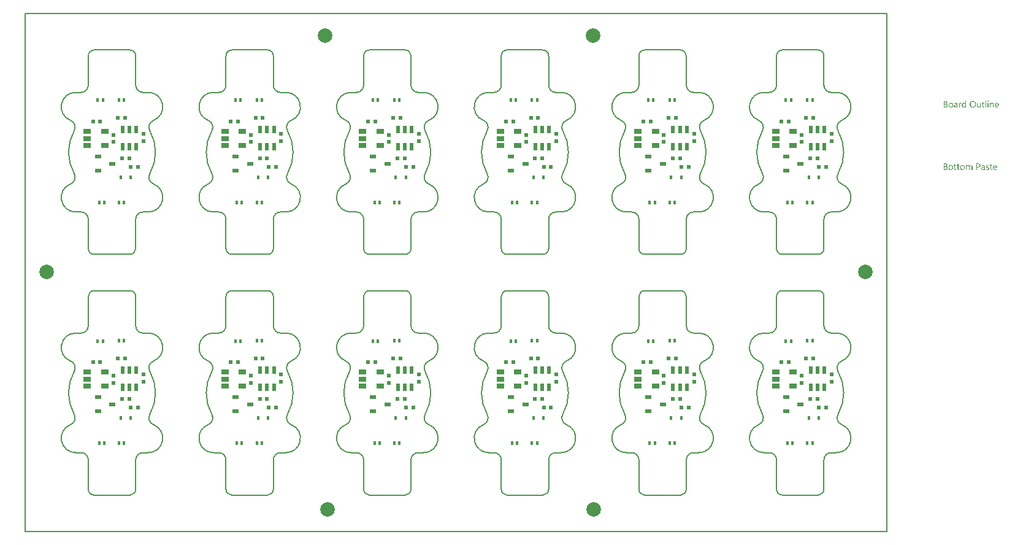
<source format=gbp>
G04*
G04 #@! TF.GenerationSoftware,Altium Limited,Altium Designer,21.8.1 (53)*
G04*
G04 Layer_Color=128*
%FSAX25Y25*%
%MOIN*%
G70*
G04*
G04 #@! TF.SameCoordinates,042179B3-2A9A-4FBA-AD92-32AF6F9D014F*
G04*
G04*
G04 #@! TF.FilePolarity,Positive*
G04*
G01*
G75*
%ADD16C,0.00787*%
%ADD22C,0.07874*%
%ADD26R,0.02362X0.03937*%
%ADD27R,0.03543X0.02362*%
%ADD28R,0.03937X0.02756*%
%ADD29R,0.01968X0.02165*%
%ADD31R,0.01968X0.02165*%
%ADD32R,0.02165X0.01968*%
%ADD56R,0.01280X0.02461*%
%ADD57R,0.01575X0.02362*%
G36*
X0503737Y0214153D02*
X0503761D01*
X0503817Y0214128D01*
X0503848Y0214110D01*
X0503879Y0214085D01*
X0503885Y0214079D01*
X0503891Y0214073D01*
X0503922Y0214036D01*
X0503947Y0213974D01*
X0503953Y0213937D01*
X0503960Y0213899D01*
Y0213893D01*
Y0213881D01*
X0503953Y0213862D01*
X0503947Y0213838D01*
X0503929Y0213776D01*
X0503904Y0213745D01*
X0503879Y0213714D01*
X0503873D01*
X0503867Y0213701D01*
X0503829Y0213677D01*
X0503774Y0213652D01*
X0503737Y0213646D01*
X0503699Y0213639D01*
X0503681D01*
X0503662Y0213646D01*
X0503638D01*
X0503576Y0213670D01*
X0503545Y0213683D01*
X0503514Y0213708D01*
Y0213714D01*
X0503501Y0213720D01*
X0503489Y0213738D01*
X0503477Y0213757D01*
X0503452Y0213819D01*
X0503446Y0213856D01*
X0503440Y0213899D01*
Y0213906D01*
Y0213918D01*
X0503446Y0213937D01*
X0503452Y0213968D01*
X0503471Y0214023D01*
X0503489Y0214054D01*
X0503514Y0214085D01*
X0503520Y0214091D01*
X0503526Y0214098D01*
X0503563Y0214122D01*
X0503625Y0214147D01*
X0503662Y0214159D01*
X0503718D01*
X0503737Y0214153D01*
D02*
G37*
G36*
X0491747Y0210489D02*
X0491344D01*
Y0210910D01*
X0491332D01*
Y0210904D01*
X0491320Y0210891D01*
X0491301Y0210866D01*
X0491282Y0210835D01*
X0491251Y0210798D01*
X0491214Y0210761D01*
X0491171Y0210718D01*
X0491121Y0210675D01*
X0491066Y0210625D01*
X0490998Y0210582D01*
X0490930Y0210544D01*
X0490849Y0210507D01*
X0490769Y0210476D01*
X0490676Y0210452D01*
X0490577Y0210439D01*
X0490472Y0210433D01*
X0490428D01*
X0490391Y0210439D01*
X0490354Y0210445D01*
X0490304Y0210452D01*
X0490199Y0210476D01*
X0490075Y0210513D01*
X0489952Y0210576D01*
X0489883Y0210613D01*
X0489828Y0210656D01*
X0489766Y0210712D01*
X0489710Y0210767D01*
Y0210773D01*
X0489698Y0210786D01*
X0489685Y0210805D01*
X0489667Y0210829D01*
X0489648Y0210860D01*
X0489623Y0210904D01*
X0489599Y0210953D01*
X0489574Y0211009D01*
X0489543Y0211071D01*
X0489518Y0211139D01*
X0489494Y0211213D01*
X0489475Y0211294D01*
X0489456Y0211380D01*
X0489444Y0211479D01*
X0489438Y0211578D01*
X0489432Y0211684D01*
Y0211690D01*
Y0211708D01*
Y0211745D01*
X0489438Y0211789D01*
X0489444Y0211838D01*
X0489450Y0211900D01*
X0489456Y0211968D01*
X0489469Y0212042D01*
X0489506Y0212203D01*
X0489562Y0212371D01*
X0489599Y0212451D01*
X0489642Y0212531D01*
X0489685Y0212606D01*
X0489741Y0212680D01*
X0489747Y0212686D01*
X0489753Y0212699D01*
X0489772Y0212717D01*
X0489797Y0212742D01*
X0489828Y0212767D01*
X0489871Y0212798D01*
X0489914Y0212835D01*
X0489964Y0212872D01*
X0490088Y0212940D01*
X0490230Y0213002D01*
X0490310Y0213020D01*
X0490397Y0213039D01*
X0490484Y0213052D01*
X0490583Y0213058D01*
X0490632D01*
X0490670Y0213052D01*
X0490707Y0213045D01*
X0490756Y0213039D01*
X0490868Y0213008D01*
X0490991Y0212959D01*
X0491053Y0212928D01*
X0491115Y0212884D01*
X0491177Y0212841D01*
X0491233Y0212785D01*
X0491282Y0212723D01*
X0491332Y0212649D01*
X0491344D01*
Y0214209D01*
X0491747D01*
Y0210489D01*
D02*
G37*
G36*
X0506015Y0213052D02*
X0506089Y0213045D01*
X0506182Y0213027D01*
X0506281Y0212996D01*
X0506386Y0212946D01*
X0506491Y0212878D01*
X0506534Y0212841D01*
X0506578Y0212791D01*
X0506590Y0212779D01*
X0506615Y0212742D01*
X0506646Y0212680D01*
X0506689Y0212593D01*
X0506726Y0212488D01*
X0506764Y0212358D01*
X0506788Y0212203D01*
X0506795Y0212024D01*
Y0210489D01*
X0506392D01*
Y0211919D01*
Y0211925D01*
Y0211956D01*
X0506386Y0211993D01*
Y0212042D01*
X0506374Y0212104D01*
X0506361Y0212173D01*
X0506343Y0212247D01*
X0506318Y0212321D01*
X0506287Y0212395D01*
X0506250Y0212463D01*
X0506200Y0212531D01*
X0506145Y0212593D01*
X0506083Y0212643D01*
X0506002Y0212680D01*
X0505915Y0212711D01*
X0505810Y0212717D01*
X0505798D01*
X0505761Y0212711D01*
X0505705Y0212705D01*
X0505637Y0212686D01*
X0505556Y0212662D01*
X0505470Y0212618D01*
X0505389Y0212562D01*
X0505309Y0212488D01*
X0505303Y0212476D01*
X0505278Y0212451D01*
X0505247Y0212402D01*
X0505210Y0212333D01*
X0505173Y0212253D01*
X0505142Y0212154D01*
X0505117Y0212042D01*
X0505111Y0211919D01*
Y0210489D01*
X0504708D01*
Y0213002D01*
X0505111D01*
Y0212581D01*
X0505123D01*
X0505129Y0212587D01*
X0505136Y0212600D01*
X0505154Y0212624D01*
X0505179Y0212655D01*
X0505204Y0212692D01*
X0505241Y0212730D01*
X0505284Y0212773D01*
X0505334Y0212822D01*
X0505389Y0212866D01*
X0505451Y0212909D01*
X0505519Y0212946D01*
X0505594Y0212983D01*
X0505668Y0213014D01*
X0505755Y0213039D01*
X0505847Y0213052D01*
X0505946Y0213058D01*
X0505984D01*
X0506015Y0213052D01*
D02*
G37*
G36*
X0489017Y0213039D02*
X0489091Y0213033D01*
X0489134Y0213020D01*
X0489165Y0213008D01*
Y0212593D01*
X0489159Y0212600D01*
X0489147Y0212606D01*
X0489122Y0212618D01*
X0489091Y0212637D01*
X0489048Y0212649D01*
X0488992Y0212662D01*
X0488930Y0212668D01*
X0488862Y0212674D01*
X0488850D01*
X0488819Y0212668D01*
X0488769Y0212662D01*
X0488714Y0212643D01*
X0488639Y0212612D01*
X0488571Y0212569D01*
X0488497Y0212507D01*
X0488429Y0212426D01*
X0488423Y0212414D01*
X0488404Y0212383D01*
X0488373Y0212327D01*
X0488342Y0212253D01*
X0488311Y0212160D01*
X0488280Y0212042D01*
X0488262Y0211912D01*
X0488256Y0211764D01*
Y0210489D01*
X0487853D01*
Y0213002D01*
X0488256D01*
Y0212482D01*
X0488268D01*
Y0212488D01*
X0488274Y0212494D01*
X0488286Y0212525D01*
X0488305Y0212575D01*
X0488336Y0212637D01*
X0488367Y0212699D01*
X0488416Y0212767D01*
X0488466Y0212835D01*
X0488528Y0212897D01*
X0488534Y0212903D01*
X0488559Y0212922D01*
X0488596Y0212946D01*
X0488645Y0212971D01*
X0488701Y0212996D01*
X0488769Y0213020D01*
X0488843Y0213039D01*
X0488924Y0213045D01*
X0488980D01*
X0489017Y0213039D01*
D02*
G37*
G36*
X0499756Y0210489D02*
X0499354D01*
Y0210885D01*
X0499342D01*
Y0210879D01*
X0499329Y0210866D01*
X0499317Y0210842D01*
X0499292Y0210817D01*
X0499236Y0210743D01*
X0499150Y0210662D01*
X0499100Y0210619D01*
X0499045Y0210576D01*
X0498983Y0210538D01*
X0498908Y0210501D01*
X0498834Y0210476D01*
X0498754Y0210452D01*
X0498661Y0210439D01*
X0498568Y0210433D01*
X0498531D01*
X0498488Y0210439D01*
X0498426Y0210452D01*
X0498357Y0210464D01*
X0498283Y0210489D01*
X0498203Y0210520D01*
X0498122Y0210569D01*
X0498036Y0210625D01*
X0497955Y0210693D01*
X0497881Y0210780D01*
X0497813Y0210885D01*
X0497751Y0211003D01*
X0497708Y0211145D01*
X0497683Y0211312D01*
X0497670Y0211399D01*
Y0211498D01*
Y0213002D01*
X0498067D01*
Y0211560D01*
Y0211554D01*
Y0211529D01*
X0498073Y0211485D01*
X0498079Y0211436D01*
X0498085Y0211374D01*
X0498098Y0211312D01*
X0498116Y0211238D01*
X0498141Y0211163D01*
X0498178Y0211089D01*
X0498215Y0211021D01*
X0498265Y0210953D01*
X0498327Y0210891D01*
X0498395Y0210842D01*
X0498475Y0210805D01*
X0498574Y0210773D01*
X0498679Y0210767D01*
X0498692D01*
X0498729Y0210773D01*
X0498785Y0210780D01*
X0498847Y0210792D01*
X0498927Y0210823D01*
X0499008Y0210860D01*
X0499088Y0210910D01*
X0499162Y0210984D01*
X0499168Y0210996D01*
X0499193Y0211021D01*
X0499224Y0211071D01*
X0499261Y0211139D01*
X0499292Y0211219D01*
X0499323Y0211318D01*
X0499348Y0211430D01*
X0499354Y0211554D01*
Y0213002D01*
X0499756D01*
Y0210489D01*
D02*
G37*
G36*
X0503891D02*
X0503489D01*
Y0213002D01*
X0503891D01*
Y0210489D01*
D02*
G37*
G36*
X0502672D02*
X0502270D01*
Y0214209D01*
X0502672D01*
Y0210489D01*
D02*
G37*
G36*
X0486293Y0213052D02*
X0486349Y0213045D01*
X0486417Y0213027D01*
X0486491Y0213008D01*
X0486572Y0212977D01*
X0486658Y0212940D01*
X0486739Y0212891D01*
X0486819Y0212829D01*
X0486894Y0212754D01*
X0486962Y0212662D01*
X0487017Y0212556D01*
X0487061Y0212433D01*
X0487085Y0212290D01*
X0487098Y0212123D01*
Y0210489D01*
X0486696D01*
Y0210879D01*
X0486683D01*
Y0210873D01*
X0486671Y0210860D01*
X0486658Y0210835D01*
X0486634Y0210811D01*
X0486572Y0210736D01*
X0486491Y0210656D01*
X0486380Y0210576D01*
X0486250Y0210501D01*
X0486169Y0210476D01*
X0486089Y0210452D01*
X0486002Y0210439D01*
X0485910Y0210433D01*
X0485872D01*
X0485848Y0210439D01*
X0485779Y0210445D01*
X0485699Y0210458D01*
X0485600Y0210483D01*
X0485507Y0210513D01*
X0485408Y0210563D01*
X0485321Y0210625D01*
X0485315Y0210637D01*
X0485290Y0210662D01*
X0485253Y0210705D01*
X0485216Y0210767D01*
X0485179Y0210842D01*
X0485142Y0210928D01*
X0485117Y0211034D01*
X0485111Y0211151D01*
Y0211157D01*
Y0211182D01*
X0485117Y0211219D01*
X0485123Y0211262D01*
X0485136Y0211318D01*
X0485154Y0211380D01*
X0485179Y0211448D01*
X0485216Y0211516D01*
X0485259Y0211591D01*
X0485315Y0211665D01*
X0485383Y0211733D01*
X0485464Y0211795D01*
X0485557Y0211857D01*
X0485668Y0211906D01*
X0485792Y0211943D01*
X0485940Y0211974D01*
X0486696Y0212080D01*
Y0212086D01*
Y0212104D01*
X0486689Y0212141D01*
Y0212179D01*
X0486677Y0212228D01*
X0486671Y0212284D01*
X0486634Y0212402D01*
X0486603Y0212457D01*
X0486572Y0212513D01*
X0486528Y0212569D01*
X0486479Y0212618D01*
X0486417Y0212662D01*
X0486349Y0212692D01*
X0486269Y0212711D01*
X0486176Y0212717D01*
X0486132D01*
X0486101Y0212711D01*
X0486058D01*
X0486015Y0212699D01*
X0485903Y0212680D01*
X0485779Y0212643D01*
X0485643Y0212587D01*
X0485569Y0212550D01*
X0485501Y0212513D01*
X0485427Y0212463D01*
X0485358Y0212408D01*
Y0212822D01*
X0485365D01*
X0485377Y0212835D01*
X0485396Y0212847D01*
X0485427Y0212860D01*
X0485458Y0212878D01*
X0485501Y0212897D01*
X0485550Y0212915D01*
X0485606Y0212940D01*
X0485730Y0212983D01*
X0485879Y0213020D01*
X0486039Y0213045D01*
X0486213Y0213058D01*
X0486250D01*
X0486293Y0213052D01*
D02*
G37*
G36*
X0480605Y0213999D02*
X0480648D01*
X0480691Y0213992D01*
X0480790Y0213980D01*
X0480908Y0213949D01*
X0481032Y0213912D01*
X0481149Y0213856D01*
X0481255Y0213782D01*
X0481261D01*
X0481267Y0213770D01*
X0481298Y0213745D01*
X0481341Y0213695D01*
X0481391Y0213627D01*
X0481434Y0213541D01*
X0481477Y0213441D01*
X0481508Y0213330D01*
X0481521Y0213268D01*
Y0213200D01*
Y0213194D01*
Y0213188D01*
Y0213151D01*
X0481515Y0213095D01*
X0481502Y0213027D01*
X0481484Y0212940D01*
X0481453Y0212853D01*
X0481416Y0212767D01*
X0481360Y0212680D01*
X0481354Y0212668D01*
X0481329Y0212643D01*
X0481292Y0212606D01*
X0481242Y0212556D01*
X0481180Y0212507D01*
X0481106Y0212451D01*
X0481013Y0212408D01*
X0480914Y0212364D01*
Y0212358D01*
X0480933D01*
X0480951Y0212352D01*
X0480970Y0212346D01*
X0481038Y0212333D01*
X0481118Y0212309D01*
X0481205Y0212271D01*
X0481298Y0212228D01*
X0481391Y0212166D01*
X0481477Y0212086D01*
X0481490Y0212073D01*
X0481515Y0212042D01*
X0481545Y0211999D01*
X0481589Y0211931D01*
X0481626Y0211844D01*
X0481663Y0211745D01*
X0481688Y0211628D01*
X0481694Y0211498D01*
Y0211492D01*
Y0211479D01*
Y0211454D01*
X0481688Y0211423D01*
X0481682Y0211386D01*
X0481675Y0211343D01*
X0481651Y0211238D01*
X0481614Y0211120D01*
X0481558Y0210996D01*
X0481521Y0210941D01*
X0481477Y0210879D01*
X0481422Y0210823D01*
X0481366Y0210767D01*
X0481360D01*
X0481354Y0210755D01*
X0481335Y0210743D01*
X0481310Y0210724D01*
X0481279Y0210705D01*
X0481236Y0210681D01*
X0481143Y0210631D01*
X0481026Y0210576D01*
X0480889Y0210532D01*
X0480728Y0210501D01*
X0480648Y0210495D01*
X0480555Y0210489D01*
X0479528D01*
Y0214005D01*
X0480574D01*
X0480605Y0213999D01*
D02*
G37*
G36*
X0501100Y0213002D02*
X0501737D01*
Y0212655D01*
X0501100D01*
Y0211238D01*
Y0211225D01*
Y0211194D01*
X0501106Y0211151D01*
X0501112Y0211095D01*
X0501137Y0210978D01*
X0501155Y0210922D01*
X0501186Y0210879D01*
X0501193Y0210873D01*
X0501205Y0210860D01*
X0501224Y0210848D01*
X0501255Y0210829D01*
X0501292Y0210805D01*
X0501341Y0210792D01*
X0501403Y0210780D01*
X0501471Y0210773D01*
X0501496D01*
X0501527Y0210780D01*
X0501564Y0210786D01*
X0501651Y0210811D01*
X0501694Y0210829D01*
X0501737Y0210854D01*
Y0210507D01*
X0501731D01*
X0501713Y0210495D01*
X0501682Y0210489D01*
X0501638Y0210476D01*
X0501582Y0210464D01*
X0501521Y0210452D01*
X0501446Y0210445D01*
X0501360Y0210439D01*
X0501329D01*
X0501298Y0210445D01*
X0501255Y0210452D01*
X0501205Y0210464D01*
X0501149Y0210476D01*
X0501093Y0210501D01*
X0501032Y0210532D01*
X0500970Y0210569D01*
X0500908Y0210619D01*
X0500852Y0210675D01*
X0500803Y0210749D01*
X0500759Y0210829D01*
X0500728Y0210928D01*
X0500703Y0211040D01*
X0500697Y0211170D01*
Y0212655D01*
X0500270D01*
Y0213002D01*
X0500697D01*
Y0213615D01*
X0501100Y0213745D01*
Y0213002D01*
D02*
G37*
G36*
X0508627Y0213052D02*
X0508670Y0213045D01*
X0508713Y0213039D01*
X0508825Y0213020D01*
X0508949Y0212977D01*
X0509072Y0212922D01*
X0509134Y0212884D01*
X0509196Y0212841D01*
X0509252Y0212791D01*
X0509308Y0212736D01*
X0509314Y0212730D01*
X0509320Y0212723D01*
X0509332Y0212705D01*
X0509351Y0212680D01*
X0509370Y0212643D01*
X0509394Y0212606D01*
X0509419Y0212562D01*
X0509444Y0212507D01*
X0509469Y0212445D01*
X0509493Y0212383D01*
X0509518Y0212309D01*
X0509537Y0212228D01*
X0509555Y0212141D01*
X0509568Y0212055D01*
X0509580Y0211956D01*
Y0211851D01*
Y0211640D01*
X0507803D01*
Y0211634D01*
Y0211622D01*
Y0211603D01*
X0507810Y0211572D01*
X0507816Y0211535D01*
Y0211498D01*
X0507834Y0211399D01*
X0507865Y0211300D01*
X0507902Y0211188D01*
X0507958Y0211083D01*
X0508026Y0210990D01*
X0508039Y0210978D01*
X0508064Y0210953D01*
X0508113Y0210922D01*
X0508181Y0210879D01*
X0508268Y0210835D01*
X0508367Y0210805D01*
X0508484Y0210780D01*
X0508621Y0210767D01*
X0508664D01*
X0508695Y0210773D01*
X0508732D01*
X0508775Y0210780D01*
X0508881Y0210805D01*
X0508998Y0210835D01*
X0509128Y0210885D01*
X0509264Y0210953D01*
X0509332Y0210996D01*
X0509401Y0211046D01*
Y0210668D01*
X0509394D01*
X0509388Y0210656D01*
X0509370Y0210650D01*
X0509339Y0210631D01*
X0509308Y0210613D01*
X0509270Y0210594D01*
X0509221Y0210576D01*
X0509171Y0210551D01*
X0509110Y0210526D01*
X0509042Y0210507D01*
X0508893Y0210470D01*
X0508720Y0210445D01*
X0508528Y0210433D01*
X0508478D01*
X0508441Y0210439D01*
X0508398Y0210445D01*
X0508342Y0210452D01*
X0508224Y0210476D01*
X0508088Y0210513D01*
X0507952Y0210576D01*
X0507884Y0210619D01*
X0507816Y0210662D01*
X0507754Y0210712D01*
X0507692Y0210773D01*
X0507686Y0210780D01*
X0507680Y0210792D01*
X0507667Y0210811D01*
X0507643Y0210835D01*
X0507624Y0210873D01*
X0507599Y0210916D01*
X0507568Y0210965D01*
X0507544Y0211021D01*
X0507513Y0211083D01*
X0507488Y0211157D01*
X0507457Y0211238D01*
X0507438Y0211324D01*
X0507420Y0211417D01*
X0507401Y0211516D01*
X0507395Y0211622D01*
X0507389Y0211733D01*
Y0211739D01*
Y0211758D01*
Y0211789D01*
X0507395Y0211832D01*
X0507401Y0211881D01*
X0507407Y0211937D01*
X0507413Y0212005D01*
X0507432Y0212073D01*
X0507469Y0212222D01*
X0507525Y0212383D01*
X0507562Y0212463D01*
X0507612Y0212538D01*
X0507661Y0212618D01*
X0507717Y0212686D01*
X0507723Y0212692D01*
X0507735Y0212705D01*
X0507754Y0212723D01*
X0507779Y0212742D01*
X0507810Y0212773D01*
X0507847Y0212804D01*
X0507896Y0212835D01*
X0507946Y0212872D01*
X0508064Y0212940D01*
X0508206Y0213002D01*
X0508286Y0213020D01*
X0508367Y0213039D01*
X0508453Y0213052D01*
X0508546Y0213058D01*
X0508596D01*
X0508627Y0213052D01*
D02*
G37*
G36*
X0495584Y0214060D02*
X0495646Y0214054D01*
X0495721Y0214042D01*
X0495801Y0214023D01*
X0495888Y0214005D01*
X0495974Y0213980D01*
X0496073Y0213949D01*
X0496166Y0213906D01*
X0496265Y0213856D01*
X0496364Y0213800D01*
X0496457Y0213732D01*
X0496550Y0213658D01*
X0496637Y0213571D01*
X0496643Y0213565D01*
X0496655Y0213547D01*
X0496680Y0213522D01*
X0496705Y0213485D01*
X0496742Y0213435D01*
X0496779Y0213373D01*
X0496816Y0213305D01*
X0496860Y0213231D01*
X0496903Y0213138D01*
X0496940Y0213045D01*
X0496977Y0212940D01*
X0497014Y0212822D01*
X0497039Y0212705D01*
X0497064Y0212575D01*
X0497076Y0212433D01*
X0497082Y0212290D01*
Y0212278D01*
Y0212253D01*
Y0212210D01*
X0497076Y0212148D01*
X0497070Y0212073D01*
X0497058Y0211993D01*
X0497045Y0211900D01*
X0497027Y0211795D01*
X0497002Y0211690D01*
X0496971Y0211578D01*
X0496934Y0211467D01*
X0496890Y0211355D01*
X0496835Y0211238D01*
X0496773Y0211133D01*
X0496705Y0211027D01*
X0496624Y0210928D01*
X0496618Y0210922D01*
X0496606Y0210910D01*
X0496575Y0210885D01*
X0496544Y0210854D01*
X0496494Y0210811D01*
X0496439Y0210773D01*
X0496377Y0210724D01*
X0496303Y0210681D01*
X0496222Y0210637D01*
X0496129Y0210588D01*
X0496030Y0210551D01*
X0495919Y0210513D01*
X0495801Y0210476D01*
X0495677Y0210452D01*
X0495547Y0210439D01*
X0495405Y0210433D01*
X0495374D01*
X0495331Y0210439D01*
X0495281D01*
X0495219Y0210445D01*
X0495145Y0210458D01*
X0495064Y0210476D01*
X0494972Y0210495D01*
X0494879Y0210520D01*
X0494780Y0210551D01*
X0494681Y0210594D01*
X0494582Y0210637D01*
X0494483Y0210693D01*
X0494384Y0210761D01*
X0494291Y0210835D01*
X0494204Y0210922D01*
X0494198Y0210928D01*
X0494185Y0210947D01*
X0494161Y0210972D01*
X0494136Y0211009D01*
X0494099Y0211058D01*
X0494062Y0211120D01*
X0494025Y0211188D01*
X0493981Y0211269D01*
X0493938Y0211355D01*
X0493901Y0211448D01*
X0493864Y0211554D01*
X0493826Y0211671D01*
X0493802Y0211789D01*
X0493777Y0211919D01*
X0493765Y0212061D01*
X0493758Y0212203D01*
Y0212216D01*
Y0212241D01*
X0493765Y0212284D01*
Y0212346D01*
X0493771Y0212414D01*
X0493783Y0212501D01*
X0493795Y0212593D01*
X0493814Y0212692D01*
X0493839Y0212798D01*
X0493870Y0212909D01*
X0493907Y0213020D01*
X0493950Y0213132D01*
X0494006Y0213243D01*
X0494068Y0213355D01*
X0494136Y0213460D01*
X0494216Y0213559D01*
X0494223Y0213565D01*
X0494235Y0213584D01*
X0494266Y0213609D01*
X0494303Y0213639D01*
X0494346Y0213677D01*
X0494402Y0213720D01*
X0494470Y0213763D01*
X0494545Y0213813D01*
X0494631Y0213862D01*
X0494724Y0213906D01*
X0494823Y0213949D01*
X0494935Y0213986D01*
X0495058Y0214017D01*
X0495188Y0214048D01*
X0495324Y0214060D01*
X0495467Y0214067D01*
X0495535D01*
X0495584Y0214060D01*
D02*
G37*
G36*
X0483557Y0213052D02*
X0483601Y0213045D01*
X0483656Y0213039D01*
X0483780Y0213014D01*
X0483922Y0212971D01*
X0484065Y0212909D01*
X0484139Y0212872D01*
X0484207Y0212829D01*
X0484275Y0212773D01*
X0484337Y0212711D01*
X0484343Y0212705D01*
X0484350Y0212692D01*
X0484368Y0212674D01*
X0484387Y0212649D01*
X0484411Y0212612D01*
X0484436Y0212569D01*
X0484467Y0212519D01*
X0484498Y0212463D01*
X0484523Y0212395D01*
X0484554Y0212327D01*
X0484579Y0212247D01*
X0484603Y0212160D01*
X0484622Y0212067D01*
X0484641Y0211968D01*
X0484647Y0211863D01*
X0484653Y0211752D01*
Y0211745D01*
Y0211727D01*
Y0211696D01*
X0484647Y0211652D01*
X0484641Y0211603D01*
X0484634Y0211541D01*
X0484622Y0211479D01*
X0484610Y0211405D01*
X0484572Y0211256D01*
X0484511Y0211095D01*
X0484473Y0211015D01*
X0484424Y0210934D01*
X0484374Y0210860D01*
X0484312Y0210792D01*
X0484306Y0210786D01*
X0484294Y0210780D01*
X0484275Y0210761D01*
X0484250Y0210736D01*
X0484213Y0210712D01*
X0484176Y0210681D01*
X0484127Y0210644D01*
X0484071Y0210613D01*
X0484009Y0210582D01*
X0483941Y0210544D01*
X0483867Y0210513D01*
X0483786Y0210489D01*
X0483700Y0210464D01*
X0483607Y0210452D01*
X0483508Y0210439D01*
X0483402Y0210433D01*
X0483347D01*
X0483310Y0210439D01*
X0483266Y0210445D01*
X0483211Y0210452D01*
X0483149Y0210464D01*
X0483081Y0210476D01*
X0482938Y0210520D01*
X0482790Y0210582D01*
X0482715Y0210619D01*
X0482647Y0210668D01*
X0482579Y0210718D01*
X0482511Y0210780D01*
X0482505Y0210786D01*
X0482499Y0210798D01*
X0482480Y0210817D01*
X0482462Y0210842D01*
X0482437Y0210879D01*
X0482406Y0210922D01*
X0482375Y0210972D01*
X0482350Y0211027D01*
X0482319Y0211095D01*
X0482288Y0211163D01*
X0482257Y0211238D01*
X0482233Y0211324D01*
X0482195Y0211510D01*
X0482189Y0211609D01*
X0482183Y0211714D01*
Y0211721D01*
Y0211745D01*
Y0211776D01*
X0482189Y0211820D01*
X0482195Y0211869D01*
X0482202Y0211931D01*
X0482214Y0211999D01*
X0482226Y0212073D01*
X0482264Y0212234D01*
X0482325Y0212395D01*
X0482369Y0212476D01*
X0482412Y0212556D01*
X0482462Y0212631D01*
X0482523Y0212699D01*
X0482530Y0212705D01*
X0482542Y0212717D01*
X0482561Y0212730D01*
X0482585Y0212754D01*
X0482623Y0212779D01*
X0482666Y0212810D01*
X0482715Y0212847D01*
X0482771Y0212878D01*
X0482833Y0212909D01*
X0482907Y0212946D01*
X0482982Y0212977D01*
X0483068Y0213002D01*
X0483155Y0213027D01*
X0483254Y0213045D01*
X0483359Y0213052D01*
X0483464Y0213058D01*
X0483520D01*
X0483557Y0213052D01*
D02*
G37*
G36*
X0503656Y0179193D02*
X0503737Y0179187D01*
X0503823Y0179175D01*
X0503922Y0179150D01*
X0504021Y0179125D01*
X0504120Y0179088D01*
Y0178679D01*
X0504108Y0178686D01*
X0504071Y0178710D01*
X0504015Y0178735D01*
X0503941Y0178772D01*
X0503848Y0178803D01*
X0503737Y0178834D01*
X0503613Y0178853D01*
X0503483Y0178859D01*
X0503415D01*
X0503353Y0178847D01*
X0503279Y0178834D01*
X0503272D01*
X0503266Y0178828D01*
X0503229Y0178816D01*
X0503180Y0178791D01*
X0503124Y0178760D01*
X0503112Y0178754D01*
X0503087Y0178729D01*
X0503056Y0178692D01*
X0503025Y0178648D01*
X0503019Y0178636D01*
X0503006Y0178605D01*
X0502994Y0178562D01*
X0502988Y0178506D01*
Y0178500D01*
Y0178488D01*
Y0178469D01*
X0502994Y0178450D01*
X0503006Y0178395D01*
X0503025Y0178339D01*
X0503031Y0178327D01*
X0503050Y0178302D01*
X0503087Y0178265D01*
X0503130Y0178221D01*
X0503136D01*
X0503142Y0178215D01*
X0503180Y0178190D01*
X0503229Y0178159D01*
X0503297Y0178129D01*
X0503303D01*
X0503316Y0178122D01*
X0503334Y0178116D01*
X0503365Y0178104D01*
X0503433Y0178079D01*
X0503520Y0178042D01*
X0503526D01*
X0503551Y0178030D01*
X0503582Y0178017D01*
X0503619Y0178005D01*
X0503718Y0177961D01*
X0503817Y0177912D01*
X0503823D01*
X0503842Y0177900D01*
X0503867Y0177887D01*
X0503898Y0177868D01*
X0503972Y0177819D01*
X0504046Y0177757D01*
X0504052Y0177751D01*
X0504065Y0177745D01*
X0504077Y0177726D01*
X0504102Y0177701D01*
X0504145Y0177639D01*
X0504188Y0177559D01*
Y0177553D01*
X0504195Y0177541D01*
X0504207Y0177516D01*
X0504213Y0177485D01*
X0504226Y0177448D01*
X0504232Y0177404D01*
X0504238Y0177299D01*
Y0177293D01*
Y0177268D01*
X0504232Y0177231D01*
X0504226Y0177188D01*
X0504219Y0177138D01*
X0504201Y0177082D01*
X0504182Y0177033D01*
X0504151Y0176977D01*
X0504145Y0176971D01*
X0504139Y0176952D01*
X0504120Y0176928D01*
X0504096Y0176897D01*
X0504065Y0176859D01*
X0504028Y0176822D01*
X0503935Y0176748D01*
X0503929Y0176742D01*
X0503910Y0176736D01*
X0503885Y0176717D01*
X0503842Y0176699D01*
X0503798Y0176674D01*
X0503743Y0176655D01*
X0503687Y0176637D01*
X0503619Y0176618D01*
X0503613D01*
X0503588Y0176612D01*
X0503551Y0176606D01*
X0503508Y0176600D01*
X0503446Y0176587D01*
X0503384Y0176581D01*
X0503241Y0176575D01*
X0503180D01*
X0503105Y0176581D01*
X0503012Y0176593D01*
X0502907Y0176612D01*
X0502796Y0176637D01*
X0502684Y0176668D01*
X0502573Y0176717D01*
Y0177150D01*
X0502579D01*
X0502585Y0177138D01*
X0502604Y0177126D01*
X0502629Y0177113D01*
X0502697Y0177076D01*
X0502790Y0177033D01*
X0502895Y0176983D01*
X0503019Y0176946D01*
X0503155Y0176921D01*
X0503297Y0176909D01*
X0503347D01*
X0503378Y0176915D01*
X0503464Y0176928D01*
X0503563Y0176952D01*
X0503656Y0176996D01*
X0503699Y0177027D01*
X0503743Y0177058D01*
X0503774Y0177101D01*
X0503798Y0177144D01*
X0503817Y0177200D01*
X0503823Y0177262D01*
Y0177268D01*
Y0177280D01*
Y0177299D01*
X0503817Y0177318D01*
X0503805Y0177373D01*
X0503780Y0177429D01*
Y0177435D01*
X0503774Y0177441D01*
X0503749Y0177472D01*
X0503712Y0177516D01*
X0503656Y0177553D01*
X0503650D01*
X0503644Y0177565D01*
X0503607Y0177584D01*
X0503551Y0177621D01*
X0503477Y0177652D01*
X0503471D01*
X0503458Y0177658D01*
X0503440Y0177670D01*
X0503409Y0177683D01*
X0503340Y0177708D01*
X0503254Y0177745D01*
X0503248D01*
X0503223Y0177757D01*
X0503192Y0177769D01*
X0503155Y0177782D01*
X0503056Y0177825D01*
X0502957Y0177875D01*
X0502950Y0177881D01*
X0502938Y0177887D01*
X0502913Y0177900D01*
X0502882Y0177918D01*
X0502814Y0177968D01*
X0502746Y0178023D01*
X0502740Y0178030D01*
X0502734Y0178036D01*
X0502715Y0178054D01*
X0502697Y0178079D01*
X0502653Y0178141D01*
X0502616Y0178215D01*
Y0178221D01*
X0502610Y0178234D01*
X0502604Y0178259D01*
X0502598Y0178289D01*
X0502592Y0178327D01*
X0502585Y0178370D01*
X0502579Y0178475D01*
Y0178481D01*
Y0178506D01*
X0502585Y0178537D01*
X0502592Y0178580D01*
X0502598Y0178630D01*
X0502616Y0178679D01*
X0502635Y0178735D01*
X0502660Y0178785D01*
X0502666Y0178791D01*
X0502672Y0178809D01*
X0502691Y0178834D01*
X0502715Y0178865D01*
X0502783Y0178939D01*
X0502870Y0179014D01*
X0502876Y0179020D01*
X0502895Y0179026D01*
X0502920Y0179045D01*
X0502963Y0179063D01*
X0503006Y0179088D01*
X0503056Y0179113D01*
X0503180Y0179150D01*
X0503186D01*
X0503210Y0179156D01*
X0503241Y0179168D01*
X0503291Y0179175D01*
X0503340Y0179187D01*
X0503402Y0179193D01*
X0503539Y0179199D01*
X0503594D01*
X0503656Y0179193D01*
D02*
G37*
G36*
X0494464D02*
X0494520Y0179181D01*
X0494582Y0179168D01*
X0494650Y0179144D01*
X0494730Y0179113D01*
X0494804Y0179069D01*
X0494885Y0179020D01*
X0494959Y0178952D01*
X0495027Y0178865D01*
X0495089Y0178766D01*
X0495145Y0178655D01*
X0495182Y0178512D01*
X0495213Y0178358D01*
X0495219Y0178178D01*
Y0176630D01*
X0494817D01*
Y0178073D01*
Y0178079D01*
Y0178091D01*
Y0178110D01*
Y0178141D01*
X0494811Y0178215D01*
X0494798Y0178302D01*
X0494786Y0178401D01*
X0494761Y0178500D01*
X0494730Y0178593D01*
X0494687Y0178673D01*
X0494681Y0178679D01*
X0494662Y0178704D01*
X0494631Y0178735D01*
X0494582Y0178766D01*
X0494526Y0178803D01*
X0494452Y0178828D01*
X0494359Y0178853D01*
X0494254Y0178859D01*
X0494241D01*
X0494210Y0178853D01*
X0494161Y0178847D01*
X0494099Y0178828D01*
X0494031Y0178803D01*
X0493957Y0178760D01*
X0493882Y0178704D01*
X0493814Y0178624D01*
X0493808Y0178611D01*
X0493789Y0178580D01*
X0493758Y0178531D01*
X0493727Y0178463D01*
X0493690Y0178382D01*
X0493666Y0178289D01*
X0493641Y0178178D01*
X0493635Y0178060D01*
Y0176630D01*
X0493232D01*
Y0178122D01*
Y0178129D01*
Y0178153D01*
X0493226Y0178190D01*
Y0178240D01*
X0493214Y0178296D01*
X0493201Y0178358D01*
X0493183Y0178419D01*
X0493164Y0178494D01*
X0493133Y0178562D01*
X0493096Y0178624D01*
X0493047Y0178686D01*
X0492991Y0178741D01*
X0492929Y0178791D01*
X0492848Y0178828D01*
X0492762Y0178853D01*
X0492663Y0178859D01*
X0492650D01*
X0492619Y0178853D01*
X0492570Y0178847D01*
X0492508Y0178834D01*
X0492440Y0178803D01*
X0492366Y0178766D01*
X0492291Y0178710D01*
X0492223Y0178636D01*
X0492217Y0178624D01*
X0492199Y0178599D01*
X0492168Y0178549D01*
X0492137Y0178481D01*
X0492106Y0178401D01*
X0492075Y0178302D01*
X0492056Y0178190D01*
X0492050Y0178060D01*
Y0176630D01*
X0491648D01*
Y0179144D01*
X0492050D01*
Y0178741D01*
X0492062D01*
X0492068Y0178747D01*
X0492075Y0178760D01*
X0492093Y0178785D01*
X0492112Y0178816D01*
X0492174Y0178884D01*
X0492260Y0178970D01*
X0492372Y0179057D01*
X0492502Y0179125D01*
X0492582Y0179156D01*
X0492663Y0179181D01*
X0492749Y0179193D01*
X0492842Y0179199D01*
X0492886D01*
X0492935Y0179193D01*
X0492997Y0179181D01*
X0493065Y0179162D01*
X0493139Y0179138D01*
X0493214Y0179106D01*
X0493288Y0179057D01*
X0493294Y0179051D01*
X0493319Y0179032D01*
X0493350Y0179001D01*
X0493393Y0178958D01*
X0493436Y0178902D01*
X0493480Y0178840D01*
X0493523Y0178766D01*
X0493554Y0178679D01*
X0493560Y0178686D01*
X0493567Y0178704D01*
X0493585Y0178729D01*
X0493604Y0178760D01*
X0493635Y0178803D01*
X0493672Y0178847D01*
X0493715Y0178890D01*
X0493765Y0178939D01*
X0493820Y0178989D01*
X0493882Y0179032D01*
X0493950Y0179082D01*
X0494025Y0179119D01*
X0494105Y0179150D01*
X0494192Y0179175D01*
X0494291Y0179193D01*
X0494390Y0179199D01*
X0494427D01*
X0494464Y0179193D01*
D02*
G37*
G36*
X0501162D02*
X0501217Y0179187D01*
X0501285Y0179168D01*
X0501360Y0179150D01*
X0501440Y0179119D01*
X0501527Y0179082D01*
X0501607Y0179032D01*
X0501688Y0178970D01*
X0501762Y0178896D01*
X0501830Y0178803D01*
X0501886Y0178698D01*
X0501929Y0178574D01*
X0501954Y0178432D01*
X0501966Y0178265D01*
Y0176630D01*
X0501564D01*
Y0177021D01*
X0501552D01*
Y0177014D01*
X0501539Y0177002D01*
X0501527Y0176977D01*
X0501502Y0176952D01*
X0501440Y0176878D01*
X0501360Y0176798D01*
X0501248Y0176717D01*
X0501118Y0176643D01*
X0501038Y0176618D01*
X0500957Y0176593D01*
X0500871Y0176581D01*
X0500778Y0176575D01*
X0500741D01*
X0500716Y0176581D01*
X0500648Y0176587D01*
X0500567Y0176600D01*
X0500468Y0176624D01*
X0500376Y0176655D01*
X0500276Y0176705D01*
X0500190Y0176767D01*
X0500184Y0176779D01*
X0500159Y0176804D01*
X0500122Y0176847D01*
X0500085Y0176909D01*
X0500047Y0176983D01*
X0500010Y0177070D01*
X0499986Y0177175D01*
X0499979Y0177293D01*
Y0177299D01*
Y0177324D01*
X0499986Y0177361D01*
X0499992Y0177404D01*
X0500004Y0177460D01*
X0500023Y0177522D01*
X0500047Y0177590D01*
X0500085Y0177658D01*
X0500128Y0177732D01*
X0500184Y0177807D01*
X0500252Y0177875D01*
X0500332Y0177937D01*
X0500425Y0177998D01*
X0500536Y0178048D01*
X0500660Y0178085D01*
X0500809Y0178116D01*
X0501564Y0178221D01*
Y0178227D01*
Y0178246D01*
X0501558Y0178283D01*
Y0178320D01*
X0501545Y0178370D01*
X0501539Y0178426D01*
X0501502Y0178543D01*
X0501471Y0178599D01*
X0501440Y0178655D01*
X0501397Y0178710D01*
X0501347Y0178760D01*
X0501285Y0178803D01*
X0501217Y0178834D01*
X0501137Y0178853D01*
X0501044Y0178859D01*
X0501001D01*
X0500970Y0178853D01*
X0500926D01*
X0500883Y0178840D01*
X0500772Y0178822D01*
X0500648Y0178785D01*
X0500512Y0178729D01*
X0500437Y0178692D01*
X0500369Y0178655D01*
X0500295Y0178605D01*
X0500227Y0178549D01*
Y0178964D01*
X0500233D01*
X0500246Y0178977D01*
X0500264Y0178989D01*
X0500295Y0179001D01*
X0500326Y0179020D01*
X0500369Y0179038D01*
X0500419Y0179057D01*
X0500475Y0179082D01*
X0500598Y0179125D01*
X0500747Y0179162D01*
X0500908Y0179187D01*
X0501081Y0179199D01*
X0501118D01*
X0501162Y0179193D01*
D02*
G37*
G36*
X0498463Y0180140D02*
X0498512D01*
X0498562Y0180134D01*
X0498692Y0180109D01*
X0498828Y0180078D01*
X0498977Y0180029D01*
X0499119Y0179961D01*
X0499181Y0179917D01*
X0499243Y0179868D01*
X0499249D01*
X0499255Y0179856D01*
X0499274Y0179837D01*
X0499292Y0179818D01*
X0499342Y0179756D01*
X0499404Y0179670D01*
X0499459Y0179558D01*
X0499509Y0179428D01*
X0499546Y0179274D01*
X0499552Y0179187D01*
X0499558Y0179094D01*
Y0179088D01*
Y0179069D01*
Y0179045D01*
X0499552Y0179014D01*
X0499546Y0178970D01*
X0499540Y0178921D01*
X0499515Y0178803D01*
X0499472Y0178673D01*
X0499410Y0178537D01*
X0499373Y0178469D01*
X0499329Y0178401D01*
X0499274Y0178333D01*
X0499212Y0178271D01*
X0499206Y0178265D01*
X0499193Y0178259D01*
X0499175Y0178240D01*
X0499150Y0178221D01*
X0499113Y0178197D01*
X0499069Y0178172D01*
X0499020Y0178141D01*
X0498964Y0178116D01*
X0498902Y0178085D01*
X0498834Y0178054D01*
X0498754Y0178030D01*
X0498673Y0178005D01*
X0498488Y0177968D01*
X0498388Y0177961D01*
X0498283Y0177955D01*
X0497819D01*
Y0176630D01*
X0497404D01*
Y0180146D01*
X0498426D01*
X0498463Y0180140D01*
D02*
G37*
G36*
X0480605D02*
X0480648D01*
X0480691Y0180134D01*
X0480790Y0180122D01*
X0480908Y0180091D01*
X0481032Y0180054D01*
X0481149Y0179998D01*
X0481255Y0179924D01*
X0481261D01*
X0481267Y0179911D01*
X0481298Y0179886D01*
X0481341Y0179837D01*
X0481391Y0179769D01*
X0481434Y0179682D01*
X0481477Y0179583D01*
X0481508Y0179472D01*
X0481521Y0179410D01*
Y0179342D01*
Y0179335D01*
Y0179329D01*
Y0179292D01*
X0481515Y0179236D01*
X0481502Y0179168D01*
X0481484Y0179082D01*
X0481453Y0178995D01*
X0481416Y0178908D01*
X0481360Y0178822D01*
X0481354Y0178809D01*
X0481329Y0178785D01*
X0481292Y0178747D01*
X0481242Y0178698D01*
X0481180Y0178648D01*
X0481106Y0178593D01*
X0481013Y0178549D01*
X0480914Y0178506D01*
Y0178500D01*
X0480933D01*
X0480951Y0178494D01*
X0480970Y0178488D01*
X0481038Y0178475D01*
X0481118Y0178450D01*
X0481205Y0178413D01*
X0481298Y0178370D01*
X0481391Y0178308D01*
X0481477Y0178227D01*
X0481490Y0178215D01*
X0481515Y0178184D01*
X0481545Y0178141D01*
X0481589Y0178073D01*
X0481626Y0177986D01*
X0481663Y0177887D01*
X0481688Y0177769D01*
X0481694Y0177639D01*
Y0177633D01*
Y0177621D01*
Y0177596D01*
X0481688Y0177565D01*
X0481682Y0177528D01*
X0481675Y0177485D01*
X0481651Y0177380D01*
X0481614Y0177262D01*
X0481558Y0177138D01*
X0481521Y0177082D01*
X0481477Y0177021D01*
X0481422Y0176965D01*
X0481366Y0176909D01*
X0481360D01*
X0481354Y0176897D01*
X0481335Y0176884D01*
X0481310Y0176866D01*
X0481279Y0176847D01*
X0481236Y0176822D01*
X0481143Y0176773D01*
X0481026Y0176717D01*
X0480889Y0176674D01*
X0480728Y0176643D01*
X0480648Y0176637D01*
X0480555Y0176630D01*
X0479528D01*
Y0180146D01*
X0480574D01*
X0480605Y0180140D01*
D02*
G37*
G36*
X0505389Y0179144D02*
X0506027D01*
Y0178797D01*
X0505389D01*
Y0177380D01*
Y0177367D01*
Y0177336D01*
X0505396Y0177293D01*
X0505402Y0177237D01*
X0505427Y0177120D01*
X0505445Y0177064D01*
X0505476Y0177021D01*
X0505482Y0177014D01*
X0505495Y0177002D01*
X0505513Y0176989D01*
X0505544Y0176971D01*
X0505581Y0176946D01*
X0505631Y0176934D01*
X0505693Y0176921D01*
X0505761Y0176915D01*
X0505786D01*
X0505817Y0176921D01*
X0505854Y0176928D01*
X0505940Y0176952D01*
X0505984Y0176971D01*
X0506027Y0176996D01*
Y0176649D01*
X0506021D01*
X0506002Y0176637D01*
X0505971Y0176630D01*
X0505928Y0176618D01*
X0505872Y0176606D01*
X0505810Y0176593D01*
X0505736Y0176587D01*
X0505649Y0176581D01*
X0505618D01*
X0505587Y0176587D01*
X0505544Y0176593D01*
X0505495Y0176606D01*
X0505439Y0176618D01*
X0505383Y0176643D01*
X0505321Y0176674D01*
X0505259Y0176711D01*
X0505197Y0176760D01*
X0505142Y0176816D01*
X0505092Y0176891D01*
X0505049Y0176971D01*
X0505018Y0177070D01*
X0504993Y0177181D01*
X0504987Y0177311D01*
Y0178797D01*
X0504560D01*
Y0179144D01*
X0504987D01*
Y0179756D01*
X0505389Y0179886D01*
Y0179144D01*
D02*
G37*
G36*
X0487531D02*
X0488169D01*
Y0178797D01*
X0487531D01*
Y0177380D01*
Y0177367D01*
Y0177336D01*
X0487537Y0177293D01*
X0487544Y0177237D01*
X0487568Y0177120D01*
X0487587Y0177064D01*
X0487618Y0177021D01*
X0487624Y0177014D01*
X0487637Y0177002D01*
X0487655Y0176989D01*
X0487686Y0176971D01*
X0487723Y0176946D01*
X0487773Y0176934D01*
X0487835Y0176921D01*
X0487903Y0176915D01*
X0487927D01*
X0487958Y0176921D01*
X0487995Y0176928D01*
X0488082Y0176952D01*
X0488126Y0176971D01*
X0488169Y0176996D01*
Y0176649D01*
X0488163D01*
X0488144Y0176637D01*
X0488113Y0176630D01*
X0488070Y0176618D01*
X0488014Y0176606D01*
X0487952Y0176593D01*
X0487878Y0176587D01*
X0487791Y0176581D01*
X0487760D01*
X0487729Y0176587D01*
X0487686Y0176593D01*
X0487637Y0176606D01*
X0487581Y0176618D01*
X0487525Y0176643D01*
X0487463Y0176674D01*
X0487401Y0176711D01*
X0487339Y0176760D01*
X0487284Y0176816D01*
X0487234Y0176891D01*
X0487191Y0176971D01*
X0487160Y0177070D01*
X0487135Y0177181D01*
X0487129Y0177311D01*
Y0178797D01*
X0486702D01*
Y0179144D01*
X0487129D01*
Y0179756D01*
X0487531Y0179886D01*
Y0179144D01*
D02*
G37*
G36*
X0485829D02*
X0486467D01*
Y0178797D01*
X0485829D01*
Y0177380D01*
Y0177367D01*
Y0177336D01*
X0485835Y0177293D01*
X0485841Y0177237D01*
X0485866Y0177120D01*
X0485885Y0177064D01*
X0485916Y0177021D01*
X0485922Y0177014D01*
X0485934Y0177002D01*
X0485953Y0176989D01*
X0485984Y0176971D01*
X0486021Y0176946D01*
X0486070Y0176934D01*
X0486132Y0176921D01*
X0486200Y0176915D01*
X0486225D01*
X0486256Y0176921D01*
X0486293Y0176928D01*
X0486380Y0176952D01*
X0486423Y0176971D01*
X0486467Y0176996D01*
Y0176649D01*
X0486460D01*
X0486442Y0176637D01*
X0486411Y0176630D01*
X0486368Y0176618D01*
X0486312Y0176606D01*
X0486250Y0176593D01*
X0486176Y0176587D01*
X0486089Y0176581D01*
X0486058D01*
X0486027Y0176587D01*
X0485984Y0176593D01*
X0485934Y0176606D01*
X0485879Y0176618D01*
X0485823Y0176643D01*
X0485761Y0176674D01*
X0485699Y0176711D01*
X0485637Y0176760D01*
X0485581Y0176816D01*
X0485532Y0176891D01*
X0485489Y0176971D01*
X0485458Y0177070D01*
X0485433Y0177181D01*
X0485427Y0177311D01*
Y0178797D01*
X0485000D01*
Y0179144D01*
X0485427D01*
Y0179756D01*
X0485829Y0179886D01*
Y0179144D01*
D02*
G37*
G36*
X0507630Y0179193D02*
X0507674Y0179187D01*
X0507717Y0179181D01*
X0507828Y0179162D01*
X0507952Y0179119D01*
X0508076Y0179063D01*
X0508138Y0179026D01*
X0508200Y0178983D01*
X0508255Y0178933D01*
X0508311Y0178877D01*
X0508317Y0178871D01*
X0508323Y0178865D01*
X0508336Y0178847D01*
X0508354Y0178822D01*
X0508373Y0178785D01*
X0508398Y0178747D01*
X0508423Y0178704D01*
X0508447Y0178648D01*
X0508472Y0178587D01*
X0508497Y0178525D01*
X0508522Y0178450D01*
X0508540Y0178370D01*
X0508559Y0178283D01*
X0508571Y0178197D01*
X0508583Y0178098D01*
Y0177992D01*
Y0177782D01*
X0506807D01*
Y0177776D01*
Y0177763D01*
Y0177745D01*
X0506813Y0177714D01*
X0506819Y0177677D01*
Y0177639D01*
X0506838Y0177541D01*
X0506869Y0177441D01*
X0506906Y0177330D01*
X0506962Y0177225D01*
X0507030Y0177132D01*
X0507042Y0177120D01*
X0507067Y0177095D01*
X0507116Y0177064D01*
X0507185Y0177021D01*
X0507271Y0176977D01*
X0507370Y0176946D01*
X0507488Y0176921D01*
X0507624Y0176909D01*
X0507667D01*
X0507698Y0176915D01*
X0507735D01*
X0507779Y0176921D01*
X0507884Y0176946D01*
X0508002Y0176977D01*
X0508132Y0177027D01*
X0508268Y0177095D01*
X0508336Y0177138D01*
X0508404Y0177188D01*
Y0176810D01*
X0508398D01*
X0508392Y0176798D01*
X0508373Y0176792D01*
X0508342Y0176773D01*
X0508311Y0176754D01*
X0508274Y0176736D01*
X0508224Y0176717D01*
X0508175Y0176692D01*
X0508113Y0176668D01*
X0508045Y0176649D01*
X0507896Y0176612D01*
X0507723Y0176587D01*
X0507531Y0176575D01*
X0507482D01*
X0507444Y0176581D01*
X0507401Y0176587D01*
X0507345Y0176593D01*
X0507228Y0176618D01*
X0507092Y0176655D01*
X0506955Y0176717D01*
X0506887Y0176760D01*
X0506819Y0176804D01*
X0506757Y0176853D01*
X0506696Y0176915D01*
X0506689Y0176921D01*
X0506683Y0176934D01*
X0506671Y0176952D01*
X0506646Y0176977D01*
X0506627Y0177014D01*
X0506603Y0177058D01*
X0506572Y0177107D01*
X0506547Y0177163D01*
X0506516Y0177225D01*
X0506491Y0177299D01*
X0506460Y0177380D01*
X0506442Y0177466D01*
X0506423Y0177559D01*
X0506404Y0177658D01*
X0506398Y0177763D01*
X0506392Y0177875D01*
Y0177881D01*
Y0177900D01*
Y0177930D01*
X0506398Y0177974D01*
X0506404Y0178023D01*
X0506411Y0178079D01*
X0506417Y0178147D01*
X0506435Y0178215D01*
X0506473Y0178364D01*
X0506528Y0178525D01*
X0506566Y0178605D01*
X0506615Y0178679D01*
X0506665Y0178760D01*
X0506720Y0178828D01*
X0506726Y0178834D01*
X0506739Y0178847D01*
X0506757Y0178865D01*
X0506782Y0178884D01*
X0506813Y0178915D01*
X0506850Y0178946D01*
X0506900Y0178977D01*
X0506949Y0179014D01*
X0507067Y0179082D01*
X0507209Y0179144D01*
X0507290Y0179162D01*
X0507370Y0179181D01*
X0507457Y0179193D01*
X0507550Y0179199D01*
X0507599D01*
X0507630Y0179193D01*
D02*
G37*
G36*
X0489908D02*
X0489952Y0179187D01*
X0490007Y0179181D01*
X0490131Y0179156D01*
X0490273Y0179113D01*
X0490416Y0179051D01*
X0490490Y0179014D01*
X0490558Y0178970D01*
X0490626Y0178915D01*
X0490688Y0178853D01*
X0490694Y0178847D01*
X0490700Y0178834D01*
X0490719Y0178816D01*
X0490738Y0178791D01*
X0490762Y0178754D01*
X0490787Y0178710D01*
X0490818Y0178661D01*
X0490849Y0178605D01*
X0490874Y0178537D01*
X0490905Y0178469D01*
X0490930Y0178389D01*
X0490954Y0178302D01*
X0490973Y0178209D01*
X0490991Y0178110D01*
X0490998Y0178005D01*
X0491004Y0177893D01*
Y0177887D01*
Y0177868D01*
Y0177838D01*
X0490998Y0177794D01*
X0490991Y0177745D01*
X0490985Y0177683D01*
X0490973Y0177621D01*
X0490961Y0177547D01*
X0490923Y0177398D01*
X0490861Y0177237D01*
X0490824Y0177157D01*
X0490775Y0177076D01*
X0490725Y0177002D01*
X0490663Y0176934D01*
X0490657Y0176928D01*
X0490645Y0176921D01*
X0490626Y0176903D01*
X0490601Y0176878D01*
X0490564Y0176853D01*
X0490527Y0176822D01*
X0490478Y0176785D01*
X0490422Y0176754D01*
X0490360Y0176723D01*
X0490292Y0176686D01*
X0490218Y0176655D01*
X0490137Y0176630D01*
X0490051Y0176606D01*
X0489958Y0176593D01*
X0489859Y0176581D01*
X0489753Y0176575D01*
X0489698D01*
X0489661Y0176581D01*
X0489617Y0176587D01*
X0489562Y0176593D01*
X0489500Y0176606D01*
X0489432Y0176618D01*
X0489289Y0176662D01*
X0489141Y0176723D01*
X0489066Y0176760D01*
X0488998Y0176810D01*
X0488930Y0176859D01*
X0488862Y0176921D01*
X0488856Y0176928D01*
X0488850Y0176940D01*
X0488831Y0176959D01*
X0488813Y0176983D01*
X0488788Y0177021D01*
X0488757Y0177064D01*
X0488726Y0177113D01*
X0488701Y0177169D01*
X0488670Y0177237D01*
X0488639Y0177305D01*
X0488608Y0177380D01*
X0488584Y0177466D01*
X0488546Y0177652D01*
X0488540Y0177751D01*
X0488534Y0177856D01*
Y0177862D01*
Y0177887D01*
Y0177918D01*
X0488540Y0177961D01*
X0488546Y0178011D01*
X0488553Y0178073D01*
X0488565Y0178141D01*
X0488577Y0178215D01*
X0488615Y0178376D01*
X0488676Y0178537D01*
X0488720Y0178618D01*
X0488763Y0178698D01*
X0488813Y0178772D01*
X0488874Y0178840D01*
X0488881Y0178847D01*
X0488893Y0178859D01*
X0488912Y0178871D01*
X0488936Y0178896D01*
X0488974Y0178921D01*
X0489017Y0178952D01*
X0489066Y0178989D01*
X0489122Y0179020D01*
X0489184Y0179051D01*
X0489258Y0179088D01*
X0489332Y0179119D01*
X0489419Y0179144D01*
X0489506Y0179168D01*
X0489605Y0179187D01*
X0489710Y0179193D01*
X0489815Y0179199D01*
X0489871D01*
X0489908Y0179193D01*
D02*
G37*
G36*
X0483557D02*
X0483601Y0179187D01*
X0483656Y0179181D01*
X0483780Y0179156D01*
X0483922Y0179113D01*
X0484065Y0179051D01*
X0484139Y0179014D01*
X0484207Y0178970D01*
X0484275Y0178915D01*
X0484337Y0178853D01*
X0484343Y0178847D01*
X0484350Y0178834D01*
X0484368Y0178816D01*
X0484387Y0178791D01*
X0484411Y0178754D01*
X0484436Y0178710D01*
X0484467Y0178661D01*
X0484498Y0178605D01*
X0484523Y0178537D01*
X0484554Y0178469D01*
X0484579Y0178389D01*
X0484603Y0178302D01*
X0484622Y0178209D01*
X0484641Y0178110D01*
X0484647Y0178005D01*
X0484653Y0177893D01*
Y0177887D01*
Y0177868D01*
Y0177838D01*
X0484647Y0177794D01*
X0484641Y0177745D01*
X0484634Y0177683D01*
X0484622Y0177621D01*
X0484610Y0177547D01*
X0484572Y0177398D01*
X0484511Y0177237D01*
X0484473Y0177157D01*
X0484424Y0177076D01*
X0484374Y0177002D01*
X0484312Y0176934D01*
X0484306Y0176928D01*
X0484294Y0176921D01*
X0484275Y0176903D01*
X0484250Y0176878D01*
X0484213Y0176853D01*
X0484176Y0176822D01*
X0484127Y0176785D01*
X0484071Y0176754D01*
X0484009Y0176723D01*
X0483941Y0176686D01*
X0483867Y0176655D01*
X0483786Y0176630D01*
X0483700Y0176606D01*
X0483607Y0176593D01*
X0483508Y0176581D01*
X0483402Y0176575D01*
X0483347D01*
X0483310Y0176581D01*
X0483266Y0176587D01*
X0483211Y0176593D01*
X0483149Y0176606D01*
X0483081Y0176618D01*
X0482938Y0176662D01*
X0482790Y0176723D01*
X0482715Y0176760D01*
X0482647Y0176810D01*
X0482579Y0176859D01*
X0482511Y0176921D01*
X0482505Y0176928D01*
X0482499Y0176940D01*
X0482480Y0176959D01*
X0482462Y0176983D01*
X0482437Y0177021D01*
X0482406Y0177064D01*
X0482375Y0177113D01*
X0482350Y0177169D01*
X0482319Y0177237D01*
X0482288Y0177305D01*
X0482257Y0177380D01*
X0482233Y0177466D01*
X0482195Y0177652D01*
X0482189Y0177751D01*
X0482183Y0177856D01*
Y0177862D01*
Y0177887D01*
Y0177918D01*
X0482189Y0177961D01*
X0482195Y0178011D01*
X0482202Y0178073D01*
X0482214Y0178141D01*
X0482226Y0178215D01*
X0482264Y0178376D01*
X0482325Y0178537D01*
X0482369Y0178618D01*
X0482412Y0178698D01*
X0482462Y0178772D01*
X0482523Y0178840D01*
X0482530Y0178847D01*
X0482542Y0178859D01*
X0482561Y0178871D01*
X0482585Y0178896D01*
X0482623Y0178921D01*
X0482666Y0178952D01*
X0482715Y0178989D01*
X0482771Y0179020D01*
X0482833Y0179051D01*
X0482907Y0179088D01*
X0482982Y0179119D01*
X0483068Y0179144D01*
X0483155Y0179168D01*
X0483254Y0179187D01*
X0483359Y0179193D01*
X0483464Y0179199D01*
X0483520D01*
X0483557Y0179193D01*
D02*
G37*
%LPC*%
G36*
X0490632Y0212717D02*
X0490595D01*
X0490570Y0212711D01*
X0490502Y0212705D01*
X0490422Y0212686D01*
X0490329Y0212649D01*
X0490230Y0212600D01*
X0490137Y0212538D01*
X0490094Y0212494D01*
X0490051Y0212445D01*
X0490044Y0212433D01*
X0490020Y0212395D01*
X0489983Y0212333D01*
X0489945Y0212253D01*
X0489908Y0212148D01*
X0489871Y0212018D01*
X0489846Y0211869D01*
X0489840Y0211702D01*
Y0211696D01*
Y0211684D01*
Y0211659D01*
X0489846Y0211628D01*
Y0211597D01*
X0489853Y0211554D01*
X0489865Y0211454D01*
X0489890Y0211343D01*
X0489927Y0211232D01*
X0489976Y0211120D01*
X0490044Y0211015D01*
X0490057Y0211003D01*
X0490082Y0210978D01*
X0490125Y0210934D01*
X0490187Y0210891D01*
X0490267Y0210848D01*
X0490360Y0210805D01*
X0490465Y0210780D01*
X0490589Y0210767D01*
X0490620D01*
X0490645Y0210773D01*
X0490707Y0210780D01*
X0490781Y0210798D01*
X0490868Y0210829D01*
X0490961Y0210866D01*
X0491047Y0210928D01*
X0491134Y0211009D01*
X0491140Y0211021D01*
X0491165Y0211052D01*
X0491202Y0211108D01*
X0491239Y0211176D01*
X0491276Y0211262D01*
X0491313Y0211368D01*
X0491338Y0211492D01*
X0491344Y0211622D01*
Y0211993D01*
Y0211999D01*
Y0212005D01*
Y0212042D01*
X0491332Y0212098D01*
X0491320Y0212173D01*
X0491295Y0212253D01*
X0491258Y0212340D01*
X0491208Y0212426D01*
X0491140Y0212507D01*
X0491134Y0212513D01*
X0491103Y0212538D01*
X0491059Y0212575D01*
X0491004Y0212612D01*
X0490930Y0212649D01*
X0490843Y0212686D01*
X0490744Y0212711D01*
X0490632Y0212717D01*
D02*
G37*
G36*
X0486696Y0211758D02*
X0486089Y0211671D01*
X0486077D01*
X0486046Y0211665D01*
X0485996Y0211652D01*
X0485934Y0211640D01*
X0485866Y0211622D01*
X0485792Y0211597D01*
X0485730Y0211572D01*
X0485668Y0211535D01*
X0485662Y0211529D01*
X0485643Y0211516D01*
X0485625Y0211492D01*
X0485600Y0211454D01*
X0485569Y0211405D01*
X0485550Y0211343D01*
X0485532Y0211269D01*
X0485526Y0211182D01*
Y0211176D01*
Y0211151D01*
X0485532Y0211120D01*
X0485544Y0211077D01*
X0485557Y0211027D01*
X0485581Y0210978D01*
X0485612Y0210928D01*
X0485656Y0210879D01*
X0485662Y0210873D01*
X0485680Y0210860D01*
X0485711Y0210842D01*
X0485748Y0210823D01*
X0485798Y0210805D01*
X0485860Y0210786D01*
X0485928Y0210773D01*
X0486009Y0210767D01*
X0486021D01*
X0486058Y0210773D01*
X0486114Y0210780D01*
X0486182Y0210792D01*
X0486256Y0210817D01*
X0486343Y0210854D01*
X0486423Y0210910D01*
X0486497Y0210978D01*
X0486504Y0210990D01*
X0486528Y0211015D01*
X0486559Y0211058D01*
X0486596Y0211120D01*
X0486634Y0211201D01*
X0486665Y0211287D01*
X0486689Y0211392D01*
X0486696Y0211504D01*
Y0211758D01*
D02*
G37*
G36*
X0480413Y0213633D02*
X0479942D01*
Y0212494D01*
X0480419D01*
X0480481Y0212501D01*
X0480555Y0212513D01*
X0480642Y0212531D01*
X0480735Y0212562D01*
X0480815Y0212600D01*
X0480896Y0212655D01*
X0480902Y0212662D01*
X0480927Y0212686D01*
X0480957Y0212723D01*
X0480995Y0212779D01*
X0481026Y0212841D01*
X0481056Y0212922D01*
X0481081Y0213014D01*
X0481087Y0213120D01*
Y0213126D01*
Y0213144D01*
X0481081Y0213169D01*
X0481075Y0213200D01*
X0481050Y0213281D01*
X0481032Y0213330D01*
X0481001Y0213380D01*
X0480970Y0213423D01*
X0480920Y0213472D01*
X0480871Y0213516D01*
X0480803Y0213553D01*
X0480728Y0213584D01*
X0480636Y0213609D01*
X0480530Y0213627D01*
X0480413Y0213633D01*
D02*
G37*
G36*
Y0212123D02*
X0479942D01*
Y0210860D01*
X0480561D01*
X0480623Y0210866D01*
X0480710Y0210879D01*
X0480796Y0210904D01*
X0480889Y0210928D01*
X0480982Y0210972D01*
X0481063Y0211027D01*
X0481069Y0211034D01*
X0481094Y0211058D01*
X0481125Y0211095D01*
X0481162Y0211151D01*
X0481199Y0211219D01*
X0481230Y0211300D01*
X0481255Y0211399D01*
X0481261Y0211504D01*
Y0211510D01*
Y0211529D01*
X0481255Y0211560D01*
X0481248Y0211603D01*
X0481236Y0211646D01*
X0481217Y0211702D01*
X0481193Y0211758D01*
X0481155Y0211813D01*
X0481112Y0211869D01*
X0481056Y0211925D01*
X0480988Y0211981D01*
X0480902Y0212024D01*
X0480809Y0212067D01*
X0480691Y0212098D01*
X0480561Y0212117D01*
X0480413Y0212123D01*
D02*
G37*
G36*
X0508540Y0212717D02*
X0508491D01*
X0508441Y0212705D01*
X0508373Y0212692D01*
X0508299Y0212668D01*
X0508212Y0212631D01*
X0508132Y0212581D01*
X0508051Y0212513D01*
X0508045Y0212507D01*
X0508020Y0212476D01*
X0507989Y0212433D01*
X0507946Y0212371D01*
X0507902Y0212296D01*
X0507865Y0212203D01*
X0507834Y0212098D01*
X0507810Y0211981D01*
X0509165D01*
Y0211987D01*
Y0211999D01*
Y0212012D01*
Y0212036D01*
X0509159Y0212104D01*
X0509147Y0212179D01*
X0509122Y0212271D01*
X0509097Y0212358D01*
X0509054Y0212445D01*
X0508998Y0212525D01*
X0508992Y0212531D01*
X0508967Y0212556D01*
X0508930Y0212587D01*
X0508881Y0212624D01*
X0508812Y0212655D01*
X0508732Y0212686D01*
X0508645Y0212711D01*
X0508540Y0212717D01*
D02*
G37*
G36*
X0495436Y0213689D02*
X0495380D01*
X0495343Y0213683D01*
X0495294Y0213677D01*
X0495244Y0213670D01*
X0495182Y0213658D01*
X0495114Y0213639D01*
X0494972Y0213590D01*
X0494897Y0213559D01*
X0494817Y0213522D01*
X0494743Y0213472D01*
X0494668Y0213417D01*
X0494600Y0213355D01*
X0494532Y0213287D01*
X0494526Y0213281D01*
X0494520Y0213268D01*
X0494501Y0213243D01*
X0494476Y0213212D01*
X0494452Y0213175D01*
X0494427Y0213126D01*
X0494396Y0213070D01*
X0494365Y0213008D01*
X0494328Y0212934D01*
X0494297Y0212860D01*
X0494272Y0212773D01*
X0494247Y0212680D01*
X0494223Y0212581D01*
X0494204Y0212470D01*
X0494198Y0212358D01*
X0494192Y0212241D01*
Y0212234D01*
Y0212210D01*
Y0212179D01*
X0494198Y0212135D01*
X0494204Y0212080D01*
X0494210Y0212012D01*
X0494223Y0211943D01*
X0494235Y0211869D01*
X0494272Y0211702D01*
X0494334Y0211523D01*
X0494371Y0211436D01*
X0494415Y0211355D01*
X0494470Y0211269D01*
X0494526Y0211194D01*
X0494532Y0211188D01*
X0494545Y0211176D01*
X0494563Y0211157D01*
X0494588Y0211133D01*
X0494619Y0211102D01*
X0494662Y0211071D01*
X0494712Y0211034D01*
X0494761Y0210996D01*
X0494823Y0210959D01*
X0494891Y0210922D01*
X0495040Y0210860D01*
X0495126Y0210835D01*
X0495213Y0210817D01*
X0495306Y0210805D01*
X0495405Y0210798D01*
X0495461D01*
X0495504Y0210805D01*
X0495547Y0210811D01*
X0495609Y0210817D01*
X0495671Y0210829D01*
X0495739Y0210848D01*
X0495882Y0210891D01*
X0495962Y0210922D01*
X0496036Y0210959D01*
X0496111Y0211003D01*
X0496185Y0211052D01*
X0496253Y0211108D01*
X0496321Y0211176D01*
X0496327Y0211182D01*
X0496333Y0211194D01*
X0496352Y0211213D01*
X0496371Y0211244D01*
X0496402Y0211287D01*
X0496426Y0211331D01*
X0496457Y0211386D01*
X0496488Y0211448D01*
X0496519Y0211523D01*
X0496550Y0211603D01*
X0496581Y0211690D01*
X0496606Y0211783D01*
X0496624Y0211881D01*
X0496643Y0211993D01*
X0496649Y0212111D01*
X0496655Y0212234D01*
Y0212241D01*
Y0212265D01*
Y0212302D01*
X0496649Y0212346D01*
X0496643Y0212408D01*
X0496637Y0212476D01*
X0496630Y0212550D01*
X0496612Y0212631D01*
X0496575Y0212798D01*
X0496519Y0212977D01*
X0496482Y0213064D01*
X0496439Y0213151D01*
X0496383Y0213231D01*
X0496327Y0213305D01*
X0496321Y0213311D01*
X0496315Y0213324D01*
X0496296Y0213342D01*
X0496265Y0213367D01*
X0496234Y0213392D01*
X0496197Y0213429D01*
X0496148Y0213460D01*
X0496098Y0213497D01*
X0496036Y0213534D01*
X0495968Y0213565D01*
X0495894Y0213602D01*
X0495814Y0213627D01*
X0495727Y0213652D01*
X0495640Y0213670D01*
X0495541Y0213683D01*
X0495436Y0213689D01*
D02*
G37*
G36*
X0483433Y0212717D02*
X0483396D01*
X0483372Y0212711D01*
X0483297Y0212705D01*
X0483211Y0212686D01*
X0483112Y0212655D01*
X0483006Y0212606D01*
X0482907Y0212538D01*
X0482858Y0212501D01*
X0482815Y0212451D01*
X0482802Y0212439D01*
X0482777Y0212402D01*
X0482746Y0212346D01*
X0482703Y0212265D01*
X0482660Y0212160D01*
X0482629Y0212036D01*
X0482604Y0211894D01*
X0482592Y0211727D01*
Y0211721D01*
Y0211708D01*
Y0211684D01*
X0482598Y0211652D01*
Y0211615D01*
X0482604Y0211572D01*
X0482623Y0211473D01*
X0482647Y0211362D01*
X0482691Y0211244D01*
X0482746Y0211126D01*
X0482821Y0211021D01*
X0482833Y0211009D01*
X0482864Y0210984D01*
X0482913Y0210941D01*
X0482982Y0210897D01*
X0483068Y0210848D01*
X0483174Y0210805D01*
X0483297Y0210780D01*
X0483433Y0210767D01*
X0483471D01*
X0483495Y0210773D01*
X0483570Y0210780D01*
X0483656Y0210798D01*
X0483749Y0210829D01*
X0483854Y0210873D01*
X0483947Y0210934D01*
X0484034Y0211015D01*
X0484040Y0211027D01*
X0484065Y0211065D01*
X0484102Y0211120D01*
X0484139Y0211201D01*
X0484176Y0211306D01*
X0484213Y0211430D01*
X0484238Y0211572D01*
X0484244Y0211739D01*
Y0211745D01*
Y0211758D01*
Y0211783D01*
Y0211820D01*
X0484238Y0211857D01*
X0484232Y0211900D01*
X0484220Y0212005D01*
X0484195Y0212123D01*
X0484158Y0212241D01*
X0484102Y0212358D01*
X0484034Y0212463D01*
X0484022Y0212476D01*
X0483997Y0212501D01*
X0483947Y0212544D01*
X0483879Y0212593D01*
X0483792Y0212637D01*
X0483693Y0212680D01*
X0483570Y0212705D01*
X0483433Y0212717D01*
D02*
G37*
G36*
X0501564Y0177900D02*
X0500957Y0177813D01*
X0500945D01*
X0500914Y0177807D01*
X0500865Y0177794D01*
X0500803Y0177782D01*
X0500735Y0177763D01*
X0500660Y0177738D01*
X0500598Y0177714D01*
X0500536Y0177677D01*
X0500530Y0177670D01*
X0500512Y0177658D01*
X0500493Y0177633D01*
X0500468Y0177596D01*
X0500437Y0177547D01*
X0500419Y0177485D01*
X0500400Y0177410D01*
X0500394Y0177324D01*
Y0177318D01*
Y0177293D01*
X0500400Y0177262D01*
X0500413Y0177219D01*
X0500425Y0177169D01*
X0500450Y0177120D01*
X0500481Y0177070D01*
X0500524Y0177021D01*
X0500530Y0177014D01*
X0500549Y0177002D01*
X0500580Y0176983D01*
X0500617Y0176965D01*
X0500666Y0176946D01*
X0500728Y0176928D01*
X0500796Y0176915D01*
X0500877Y0176909D01*
X0500889D01*
X0500926Y0176915D01*
X0500982Y0176921D01*
X0501050Y0176934D01*
X0501124Y0176959D01*
X0501211Y0176996D01*
X0501292Y0177051D01*
X0501366Y0177120D01*
X0501372Y0177132D01*
X0501397Y0177157D01*
X0501428Y0177200D01*
X0501465Y0177262D01*
X0501502Y0177342D01*
X0501533Y0177429D01*
X0501558Y0177534D01*
X0501564Y0177646D01*
Y0177900D01*
D02*
G37*
G36*
X0498302Y0179775D02*
X0497819D01*
Y0178333D01*
X0498289D01*
X0498314Y0178339D01*
X0498351D01*
X0498395Y0178345D01*
X0498488Y0178358D01*
X0498593Y0178382D01*
X0498698Y0178413D01*
X0498803Y0178463D01*
X0498896Y0178525D01*
X0498908Y0178537D01*
X0498933Y0178562D01*
X0498970Y0178605D01*
X0499014Y0178667D01*
X0499051Y0178747D01*
X0499088Y0178840D01*
X0499113Y0178952D01*
X0499125Y0179076D01*
Y0179082D01*
Y0179106D01*
X0499119Y0179138D01*
X0499113Y0179187D01*
X0499100Y0179236D01*
X0499082Y0179298D01*
X0499057Y0179360D01*
X0499020Y0179428D01*
X0498977Y0179490D01*
X0498927Y0179552D01*
X0498859Y0179614D01*
X0498778Y0179664D01*
X0498686Y0179713D01*
X0498574Y0179744D01*
X0498444Y0179769D01*
X0498302Y0179775D01*
D02*
G37*
G36*
X0480413D02*
X0479942D01*
Y0178636D01*
X0480419D01*
X0480481Y0178642D01*
X0480555Y0178655D01*
X0480642Y0178673D01*
X0480735Y0178704D01*
X0480815Y0178741D01*
X0480896Y0178797D01*
X0480902Y0178803D01*
X0480927Y0178828D01*
X0480957Y0178865D01*
X0480995Y0178921D01*
X0481026Y0178983D01*
X0481056Y0179063D01*
X0481081Y0179156D01*
X0481087Y0179261D01*
Y0179268D01*
Y0179286D01*
X0481081Y0179311D01*
X0481075Y0179342D01*
X0481050Y0179422D01*
X0481032Y0179472D01*
X0481001Y0179521D01*
X0480970Y0179565D01*
X0480920Y0179614D01*
X0480871Y0179657D01*
X0480803Y0179695D01*
X0480728Y0179726D01*
X0480636Y0179750D01*
X0480530Y0179769D01*
X0480413Y0179775D01*
D02*
G37*
G36*
Y0178265D02*
X0479942D01*
Y0177002D01*
X0480561D01*
X0480623Y0177008D01*
X0480710Y0177021D01*
X0480796Y0177045D01*
X0480889Y0177070D01*
X0480982Y0177113D01*
X0481063Y0177169D01*
X0481069Y0177175D01*
X0481094Y0177200D01*
X0481125Y0177237D01*
X0481162Y0177293D01*
X0481199Y0177361D01*
X0481230Y0177441D01*
X0481255Y0177541D01*
X0481261Y0177646D01*
Y0177652D01*
Y0177670D01*
X0481255Y0177701D01*
X0481248Y0177745D01*
X0481236Y0177788D01*
X0481217Y0177844D01*
X0481193Y0177900D01*
X0481155Y0177955D01*
X0481112Y0178011D01*
X0481056Y0178067D01*
X0480988Y0178122D01*
X0480902Y0178166D01*
X0480809Y0178209D01*
X0480691Y0178240D01*
X0480561Y0178259D01*
X0480413Y0178265D01*
D02*
G37*
G36*
X0507544Y0178859D02*
X0507494D01*
X0507444Y0178847D01*
X0507376Y0178834D01*
X0507302Y0178809D01*
X0507215Y0178772D01*
X0507135Y0178723D01*
X0507055Y0178655D01*
X0507048Y0178648D01*
X0507023Y0178618D01*
X0506993Y0178574D01*
X0506949Y0178512D01*
X0506906Y0178438D01*
X0506869Y0178345D01*
X0506838Y0178240D01*
X0506813Y0178122D01*
X0508169D01*
Y0178129D01*
Y0178141D01*
Y0178153D01*
Y0178178D01*
X0508162Y0178246D01*
X0508150Y0178320D01*
X0508125Y0178413D01*
X0508101Y0178500D01*
X0508057Y0178587D01*
X0508002Y0178667D01*
X0507995Y0178673D01*
X0507971Y0178698D01*
X0507934Y0178729D01*
X0507884Y0178766D01*
X0507816Y0178797D01*
X0507735Y0178828D01*
X0507649Y0178853D01*
X0507544Y0178859D01*
D02*
G37*
G36*
X0489784D02*
X0489747D01*
X0489722Y0178853D01*
X0489648Y0178847D01*
X0489562Y0178828D01*
X0489463Y0178797D01*
X0489357Y0178747D01*
X0489258Y0178679D01*
X0489209Y0178642D01*
X0489165Y0178593D01*
X0489153Y0178580D01*
X0489128Y0178543D01*
X0489097Y0178488D01*
X0489054Y0178407D01*
X0489011Y0178302D01*
X0488980Y0178178D01*
X0488955Y0178036D01*
X0488943Y0177868D01*
Y0177862D01*
Y0177850D01*
Y0177825D01*
X0488949Y0177794D01*
Y0177757D01*
X0488955Y0177714D01*
X0488974Y0177615D01*
X0488998Y0177503D01*
X0489042Y0177386D01*
X0489097Y0177268D01*
X0489172Y0177163D01*
X0489184Y0177150D01*
X0489215Y0177126D01*
X0489264Y0177082D01*
X0489332Y0177039D01*
X0489419Y0176989D01*
X0489524Y0176946D01*
X0489648Y0176921D01*
X0489784Y0176909D01*
X0489821D01*
X0489846Y0176915D01*
X0489921Y0176921D01*
X0490007Y0176940D01*
X0490100Y0176971D01*
X0490205Y0177014D01*
X0490298Y0177076D01*
X0490385Y0177157D01*
X0490391Y0177169D01*
X0490416Y0177206D01*
X0490453Y0177262D01*
X0490490Y0177342D01*
X0490527Y0177448D01*
X0490564Y0177571D01*
X0490589Y0177714D01*
X0490595Y0177881D01*
Y0177887D01*
Y0177900D01*
Y0177924D01*
Y0177961D01*
X0490589Y0177998D01*
X0490583Y0178042D01*
X0490570Y0178147D01*
X0490546Y0178265D01*
X0490509Y0178382D01*
X0490453Y0178500D01*
X0490385Y0178605D01*
X0490372Y0178618D01*
X0490348Y0178642D01*
X0490298Y0178686D01*
X0490230Y0178735D01*
X0490143Y0178778D01*
X0490044Y0178822D01*
X0489921Y0178847D01*
X0489784Y0178859D01*
D02*
G37*
G36*
X0483433D02*
X0483396D01*
X0483372Y0178853D01*
X0483297Y0178847D01*
X0483211Y0178828D01*
X0483112Y0178797D01*
X0483006Y0178747D01*
X0482907Y0178679D01*
X0482858Y0178642D01*
X0482815Y0178593D01*
X0482802Y0178580D01*
X0482777Y0178543D01*
X0482746Y0178488D01*
X0482703Y0178407D01*
X0482660Y0178302D01*
X0482629Y0178178D01*
X0482604Y0178036D01*
X0482592Y0177868D01*
Y0177862D01*
Y0177850D01*
Y0177825D01*
X0482598Y0177794D01*
Y0177757D01*
X0482604Y0177714D01*
X0482623Y0177615D01*
X0482647Y0177503D01*
X0482691Y0177386D01*
X0482746Y0177268D01*
X0482821Y0177163D01*
X0482833Y0177150D01*
X0482864Y0177126D01*
X0482913Y0177082D01*
X0482982Y0177039D01*
X0483068Y0176989D01*
X0483174Y0176946D01*
X0483297Y0176921D01*
X0483433Y0176909D01*
X0483471D01*
X0483495Y0176915D01*
X0483570Y0176921D01*
X0483656Y0176940D01*
X0483749Y0176971D01*
X0483854Y0177014D01*
X0483947Y0177076D01*
X0484034Y0177157D01*
X0484040Y0177169D01*
X0484065Y0177206D01*
X0484102Y0177262D01*
X0484139Y0177342D01*
X0484176Y0177448D01*
X0484213Y0177571D01*
X0484238Y0177714D01*
X0484244Y0177881D01*
Y0177887D01*
Y0177900D01*
Y0177924D01*
Y0177961D01*
X0484238Y0177998D01*
X0484232Y0178042D01*
X0484220Y0178147D01*
X0484195Y0178265D01*
X0484158Y0178382D01*
X0484102Y0178500D01*
X0484034Y0178605D01*
X0484022Y0178618D01*
X0483997Y0178642D01*
X0483947Y0178686D01*
X0483879Y0178735D01*
X0483792Y0178778D01*
X0483693Y0178822D01*
X0483570Y0178847D01*
X0483433Y0178859D01*
D02*
G37*
%LPD*%
D16*
X-0019685Y0261417D02*
X0448819D01*
X-0019685Y-0019685D02*
X0448819D01*
Y0261417D01*
X-0019685Y-0019685D02*
Y0261417D01*
X0050104Y0072778D02*
G03*
X0048108Y0067167I0001428J-0003669D01*
G01*
X0014687Y0003150D02*
G03*
X0017837Y0000000I0003145J-0000004D01*
G01*
X0048108Y0043857D02*
G03*
X0048108Y0067167I-0020547J0011655D01*
G01*
X0010751Y0087992D02*
G03*
X0014687Y0091929I-0000001J0003938D01*
G01*
Y0019094D02*
G03*
X0010751Y0023031I-0003938J-0000001D01*
G01*
X0017837Y0111024D02*
G03*
X0014687Y0107874I-0000004J-0003145D01*
G01*
X0048108Y0043857D02*
G03*
X0050104Y0038245I0003424J-0001942D01*
G01*
X0005019Y0038245D02*
G03*
X0008073Y0023031I0002857J-0007340D01*
G01*
X0040436Y0107874D02*
G03*
X0037286Y0111024I-0003145J0000004D01*
G01*
X0047050Y0023031D02*
G03*
X0050104Y0038245I0000197J0007874D01*
G01*
X0005019D02*
G03*
X0007015Y0043857I-0001428J0003669D01*
G01*
X0040435Y0091929D02*
G03*
X0044373Y0087992I0003938J0000001D01*
G01*
Y0023031D02*
G03*
X0040435Y0019094I0000001J-0003938D01*
G01*
X0008073Y0087992D02*
G03*
X0005019Y0072778I-0000197J-0007874D01*
G01*
X0007015Y0067167D02*
G03*
X0007015Y0043857I0020547J-0011655D01*
G01*
X0050104Y0072778D02*
G03*
X0047050Y0087992I-0002858J0007340D01*
G01*
X0007015Y0067167D02*
G03*
X0005019Y0072778I-0003424J0001942D01*
G01*
X0037286Y0000000D02*
G03*
X0040436Y0003150I0000004J0003145D01*
G01*
X0008073Y0087992D02*
X0010751D01*
X0040436Y0003150D02*
Y0019094D01*
X0014687Y0091929D02*
Y0107874D01*
X0017837Y0000000D02*
X0037286D01*
X0017837Y0111024D02*
X0037286D01*
X0014687Y0003150D02*
Y0019094D01*
X0040436Y0091929D02*
Y0107874D01*
X0008073Y0023031D02*
X0010751D01*
X0044373Y0087992D02*
X0047050D01*
X0044373Y0023031D02*
X0047050D01*
X0124912Y0072778D02*
G03*
X0122916Y0067167I0001428J-0003669D01*
G01*
X0089496Y0003150D02*
G03*
X0092645Y0000000I0003145J-0000004D01*
G01*
X0122916Y0043857D02*
G03*
X0122916Y0067167I-0020547J0011655D01*
G01*
X0085559Y0087992D02*
G03*
X0089496Y0091929I-0000001J0003938D01*
G01*
Y0019094D02*
G03*
X0085559Y0023031I-0003938J-0000001D01*
G01*
X0092645Y0111024D02*
G03*
X0089496Y0107874I-0000004J-0003145D01*
G01*
X0122916Y0043857D02*
G03*
X0124912Y0038245I0003424J-0001942D01*
G01*
X0079827Y0038245D02*
G03*
X0082881Y0023031I0002857J-0007340D01*
G01*
X0115244Y0107874D02*
G03*
X0112094Y0111024I-0003145J0000004D01*
G01*
X0121858Y0023031D02*
G03*
X0124912Y0038245I0000197J0007874D01*
G01*
X0079827D02*
G03*
X0081823Y0043857I-0001428J0003669D01*
G01*
X0115244Y0091929D02*
G03*
X0119181Y0087992I0003938J0000001D01*
G01*
Y0023031D02*
G03*
X0115244Y0019094I0000001J-0003938D01*
G01*
X0082881Y0087992D02*
G03*
X0079827Y0072778I-0000197J-0007874D01*
G01*
X0081823Y0067167D02*
G03*
X0081823Y0043857I0020547J-0011655D01*
G01*
X0124912Y0072778D02*
G03*
X0121858Y0087992I-0002858J0007340D01*
G01*
X0081823Y0067167D02*
G03*
X0079827Y0072778I-0003424J0001942D01*
G01*
X0112094Y0000000D02*
G03*
X0115244Y0003150I0000004J0003145D01*
G01*
X0082881Y0087992D02*
X0085559D01*
X0115244Y0003150D02*
Y0019094D01*
X0089496Y0091929D02*
Y0107874D01*
X0092645Y0000000D02*
X0112094D01*
X0092645Y0111024D02*
X0112094D01*
X0089496Y0003150D02*
Y0019094D01*
X0115244Y0091929D02*
Y0107874D01*
X0082881Y0023031D02*
X0085559D01*
X0119181Y0087992D02*
X0121858D01*
X0119181Y0023031D02*
X0121858D01*
X0199720Y0072778D02*
G03*
X0197724Y0067167I0001428J-0003669D01*
G01*
X0164304Y0003150D02*
G03*
X0167453Y0000000I0003145J-0000004D01*
G01*
X0197724Y0043857D02*
G03*
X0197724Y0067167I-0020547J0011655D01*
G01*
X0160367Y0087992D02*
G03*
X0164304Y0091929I-0000001J0003938D01*
G01*
Y0019094D02*
G03*
X0160367Y0023031I-0003938J-0000001D01*
G01*
X0167453Y0111024D02*
G03*
X0164304Y0107874I-0000004J-0003145D01*
G01*
X0197724Y0043857D02*
G03*
X0199720Y0038245I0003424J-0001942D01*
G01*
X0154635Y0038245D02*
G03*
X0157689Y0023031I0002857J-0007340D01*
G01*
X0190052Y0107874D02*
G03*
X0186902Y0111024I-0003145J0000004D01*
G01*
X0196666Y0023031D02*
G03*
X0199720Y0038245I0000197J0007874D01*
G01*
X0154635D02*
G03*
X0156631Y0043857I-0001428J0003669D01*
G01*
X0190052Y0091929D02*
G03*
X0193989Y0087992I0003938J0000001D01*
G01*
Y0023031D02*
G03*
X0190052Y0019094I0000001J-0003938D01*
G01*
X0157689Y0087992D02*
G03*
X0154635Y0072778I-0000197J-0007874D01*
G01*
X0156631Y0067167D02*
G03*
X0156631Y0043857I0020547J-0011655D01*
G01*
X0199720Y0072778D02*
G03*
X0196666Y0087992I-0002858J0007340D01*
G01*
X0156631Y0067167D02*
G03*
X0154635Y0072778I-0003424J0001942D01*
G01*
X0186902Y0000000D02*
G03*
X0190052Y0003150I0000004J0003145D01*
G01*
X0157689Y0087992D02*
X0160367D01*
X0190052Y0003150D02*
Y0019094D01*
X0164304Y0091929D02*
Y0107874D01*
X0167453Y0000000D02*
X0186902D01*
X0167453Y0111024D02*
X0186902D01*
X0164304Y0003150D02*
Y0019094D01*
X0190052Y0091929D02*
Y0107874D01*
X0157689Y0023031D02*
X0160367D01*
X0193989Y0087992D02*
X0196666D01*
X0193989Y0023031D02*
X0196666D01*
X0274528Y0072778D02*
G03*
X0272532Y0067167I0001428J-0003669D01*
G01*
X0239112Y0003150D02*
G03*
X0242261Y0000000I0003145J-0000004D01*
G01*
X0272532Y0043857D02*
G03*
X0272532Y0067167I-0020547J0011655D01*
G01*
X0235175Y0087992D02*
G03*
X0239112Y0091929I-0000001J0003938D01*
G01*
Y0019094D02*
G03*
X0235175Y0023031I-0003938J-0000001D01*
G01*
X0242261Y0111024D02*
G03*
X0239112Y0107874I-0000004J-0003145D01*
G01*
X0272532Y0043857D02*
G03*
X0274528Y0038245I0003424J-0001942D01*
G01*
X0229443Y0038245D02*
G03*
X0232498Y0023031I0002857J-0007340D01*
G01*
X0264860Y0107874D02*
G03*
X0261710Y0111024I-0003145J0000004D01*
G01*
X0271474Y0023031D02*
G03*
X0274528Y0038245I0000197J0007874D01*
G01*
X0229443D02*
G03*
X0231439Y0043857I-0001428J0003669D01*
G01*
X0264860Y0091929D02*
G03*
X0268797Y0087992I0003938J0000001D01*
G01*
Y0023031D02*
G03*
X0264860Y0019094I0000001J-0003938D01*
G01*
X0232498Y0087992D02*
G03*
X0229443Y0072778I-0000197J-0007874D01*
G01*
X0231439Y0067167D02*
G03*
X0231439Y0043857I0020547J-0011655D01*
G01*
X0274528Y0072778D02*
G03*
X0271474Y0087992I-0002858J0007340D01*
G01*
X0231439Y0067167D02*
G03*
X0229443Y0072778I-0003424J0001942D01*
G01*
X0261710Y0000000D02*
G03*
X0264860Y0003150I0000004J0003145D01*
G01*
X0232498Y0087992D02*
X0235175D01*
X0264860Y0003150D02*
Y0019094D01*
X0239112Y0091929D02*
Y0107874D01*
X0242261Y0000000D02*
X0261710D01*
X0242261Y0111024D02*
X0261710D01*
X0239112Y0003150D02*
Y0019094D01*
X0264860Y0091929D02*
Y0107874D01*
X0232498Y0023031D02*
X0235175D01*
X0268797Y0087992D02*
X0271474D01*
X0268797Y0023031D02*
X0271474D01*
X0349337Y0072778D02*
G03*
X0347340Y0067167I0001428J-0003669D01*
G01*
X0313920Y0003150D02*
G03*
X0317069Y0000000I0003145J-0000004D01*
G01*
X0347340Y0043857D02*
G03*
X0347340Y0067167I-0020547J0011655D01*
G01*
X0309983Y0087992D02*
G03*
X0313920Y0091929I-0000001J0003938D01*
G01*
Y0019094D02*
G03*
X0309983Y0023031I-0003938J-0000001D01*
G01*
X0317069Y0111024D02*
G03*
X0313920Y0107874I-0000004J-0003145D01*
G01*
X0347340Y0043857D02*
G03*
X0349336Y0038245I0003424J-0001942D01*
G01*
X0304251Y0038245D02*
G03*
X0307306Y0023031I0002857J-0007340D01*
G01*
X0339668Y0107874D02*
G03*
X0336518Y0111024I-0003145J0000004D01*
G01*
X0346282Y0023031D02*
G03*
X0349336Y0038245I0000197J0007874D01*
G01*
X0304251D02*
G03*
X0306247Y0043857I-0001428J0003669D01*
G01*
X0339668Y0091929D02*
G03*
X0343605Y0087992I0003938J0000001D01*
G01*
Y0023031D02*
G03*
X0339668Y0019094I0000001J-0003938D01*
G01*
X0307306Y0087992D02*
G03*
X0304251Y0072778I-0000197J-0007874D01*
G01*
X0306247Y0067167D02*
G03*
X0306247Y0043857I0020547J-0011655D01*
G01*
X0349337Y0072778D02*
G03*
X0346282Y0087992I-0002858J0007340D01*
G01*
X0306247Y0067167D02*
G03*
X0304251Y0072778I-0003424J0001942D01*
G01*
X0336518Y0000000D02*
G03*
X0339668Y0003150I0000004J0003145D01*
G01*
X0307306Y0087992D02*
X0309983D01*
X0339668Y0003150D02*
Y0019094D01*
X0313920Y0091929D02*
Y0107874D01*
X0317069Y0000000D02*
X0336518D01*
X0317069Y0111024D02*
X0336518D01*
X0313920Y0003150D02*
Y0019094D01*
X0339668Y0091929D02*
Y0107874D01*
X0307306Y0023031D02*
X0309983D01*
X0343605Y0087992D02*
X0346282D01*
X0343605Y0023031D02*
X0346282D01*
X0424145Y0072778D02*
G03*
X0422148Y0067167I0001428J-0003669D01*
G01*
X0388728Y0003150D02*
G03*
X0391878Y0000000I0003145J-0000004D01*
G01*
X0422148Y0043857D02*
G03*
X0422148Y0067167I-0020547J0011655D01*
G01*
X0384791Y0087992D02*
G03*
X0388728Y0091929I-0000001J0003938D01*
G01*
Y0019094D02*
G03*
X0384791Y0023031I-0003938J-0000001D01*
G01*
X0391878Y0111024D02*
G03*
X0388728Y0107874I-0000004J-0003145D01*
G01*
X0422148Y0043857D02*
G03*
X0424145Y0038245I0003424J-0001942D01*
G01*
X0379059Y0038245D02*
G03*
X0382114Y0023031I0002857J-0007340D01*
G01*
X0414476Y0107874D02*
G03*
X0411326Y0111024I-0003145J0000004D01*
G01*
X0421090Y0023031D02*
G03*
X0424145Y0038245I0000197J0007874D01*
G01*
X0379059D02*
G03*
X0381055Y0043857I-0001428J0003669D01*
G01*
X0414476Y0091929D02*
G03*
X0418413Y0087992I0003938J0000001D01*
G01*
Y0023031D02*
G03*
X0414476Y0019094I0000001J-0003938D01*
G01*
X0382114Y0087992D02*
G03*
X0379059Y0072778I-0000197J-0007874D01*
G01*
X0381055Y0067167D02*
G03*
X0381055Y0043857I0020547J-0011655D01*
G01*
X0424145Y0072778D02*
G03*
X0421090Y0087992I-0002858J0007340D01*
G01*
X0381055Y0067167D02*
G03*
X0379059Y0072778I-0003424J0001942D01*
G01*
X0411326Y0000000D02*
G03*
X0414476Y0003150I0000004J0003145D01*
G01*
X0382114Y0087992D02*
X0384791D01*
X0414476Y0003150D02*
Y0019094D01*
X0388728Y0091929D02*
Y0107874D01*
X0391878Y0000000D02*
X0411326D01*
X0391878Y0111024D02*
X0411326D01*
X0388728Y0003150D02*
Y0019094D01*
X0414476Y0091929D02*
Y0107874D01*
X0382114Y0023031D02*
X0384791D01*
X0418413Y0087992D02*
X0421090D01*
X0418413Y0023031D02*
X0421090D01*
X0050104Y0203487D02*
G03*
X0048108Y0197876I0001428J-0003669D01*
G01*
X0014687Y0133858D02*
G03*
X0017837Y0130709I0003145J-0000004D01*
G01*
X0048108Y0174565D02*
G03*
X0048108Y0197876I-0020547J0011655D01*
G01*
X0010751Y0218701D02*
G03*
X0014687Y0222638I-0000001J0003938D01*
G01*
Y0149803D02*
G03*
X0010751Y0153740I-0003938J-0000001D01*
G01*
X0017837Y0241732D02*
G03*
X0014687Y0238583I-0000004J-0003145D01*
G01*
X0048108Y0174565D02*
G03*
X0050104Y0168954I0003424J-0001942D01*
G01*
X0005019Y0168954D02*
G03*
X0008073Y0153740I0002857J-0007340D01*
G01*
X0040436Y0238583D02*
G03*
X0037286Y0241732I-0003145J0000004D01*
G01*
X0047050Y0153740D02*
G03*
X0050104Y0168954I0000197J0007874D01*
G01*
X0005019D02*
G03*
X0007015Y0174565I-0001428J0003669D01*
G01*
X0040435Y0222638D02*
G03*
X0044373Y0218701I0003938J0000001D01*
G01*
Y0153740D02*
G03*
X0040435Y0149803I0000001J-0003938D01*
G01*
X0008073Y0218701D02*
G03*
X0005019Y0203487I-0000197J-0007874D01*
G01*
X0007015Y0197876D02*
G03*
X0007015Y0174565I0020547J-0011655D01*
G01*
X0050104Y0203487D02*
G03*
X0047050Y0218701I-0002858J0007340D01*
G01*
X0007015Y0197876D02*
G03*
X0005019Y0203487I-0003424J0001942D01*
G01*
X0037286Y0130709D02*
G03*
X0040436Y0133858I0000004J0003145D01*
G01*
X0008073Y0218701D02*
X0010751D01*
X0040436Y0133858D02*
Y0149803D01*
X0014687Y0222638D02*
Y0238583D01*
X0017837Y0130709D02*
X0037286D01*
X0017837Y0241732D02*
X0037286D01*
X0014687Y0133858D02*
Y0149803D01*
X0040436Y0222638D02*
Y0238583D01*
X0008073Y0153740D02*
X0010751D01*
X0044373Y0218701D02*
X0047050D01*
X0044373Y0153740D02*
X0047050D01*
X0124912Y0203487D02*
G03*
X0122916Y0197876I0001428J-0003669D01*
G01*
X0089496Y0133858D02*
G03*
X0092645Y0130709I0003145J-0000004D01*
G01*
X0122916Y0174565D02*
G03*
X0122916Y0197876I-0020547J0011655D01*
G01*
X0085559Y0218701D02*
G03*
X0089496Y0222638I-0000001J0003938D01*
G01*
Y0149803D02*
G03*
X0085559Y0153740I-0003938J-0000001D01*
G01*
X0092645Y0241732D02*
G03*
X0089496Y0238583I-0000004J-0003145D01*
G01*
X0122916Y0174565D02*
G03*
X0124912Y0168954I0003424J-0001942D01*
G01*
X0079827Y0168954D02*
G03*
X0082881Y0153740I0002857J-0007340D01*
G01*
X0115244Y0238583D02*
G03*
X0112094Y0241732I-0003145J0000004D01*
G01*
X0121858Y0153740D02*
G03*
X0124912Y0168954I0000197J0007874D01*
G01*
X0079827D02*
G03*
X0081823Y0174565I-0001428J0003669D01*
G01*
X0115244Y0222638D02*
G03*
X0119181Y0218701I0003938J0000001D01*
G01*
Y0153740D02*
G03*
X0115244Y0149803I0000001J-0003938D01*
G01*
X0082881Y0218701D02*
G03*
X0079827Y0203487I-0000197J-0007874D01*
G01*
X0081823Y0197876D02*
G03*
X0081823Y0174565I0020547J-0011655D01*
G01*
X0124912Y0203487D02*
G03*
X0121858Y0218701I-0002858J0007340D01*
G01*
X0081823Y0197876D02*
G03*
X0079827Y0203487I-0003424J0001942D01*
G01*
X0112094Y0130709D02*
G03*
X0115244Y0133858I0000004J0003145D01*
G01*
X0082881Y0218701D02*
X0085559D01*
X0115244Y0133858D02*
Y0149803D01*
X0089496Y0222638D02*
Y0238583D01*
X0092645Y0130709D02*
X0112094D01*
X0092645Y0241732D02*
X0112094D01*
X0089496Y0133858D02*
Y0149803D01*
X0115244Y0222638D02*
Y0238583D01*
X0082881Y0153740D02*
X0085559D01*
X0119181Y0218701D02*
X0121858D01*
X0119181Y0153740D02*
X0121858D01*
X0199720Y0203487D02*
G03*
X0197724Y0197876I0001428J-0003669D01*
G01*
X0164304Y0133858D02*
G03*
X0167453Y0130709I0003145J-0000004D01*
G01*
X0197724Y0174565D02*
G03*
X0197724Y0197876I-0020547J0011655D01*
G01*
X0160367Y0218701D02*
G03*
X0164304Y0222638I-0000001J0003938D01*
G01*
Y0149803D02*
G03*
X0160367Y0153740I-0003938J-0000001D01*
G01*
X0167453Y0241732D02*
G03*
X0164304Y0238583I-0000004J-0003145D01*
G01*
X0197724Y0174565D02*
G03*
X0199720Y0168954I0003424J-0001942D01*
G01*
X0154635Y0168954D02*
G03*
X0157689Y0153740I0002857J-0007340D01*
G01*
X0190052Y0238583D02*
G03*
X0186902Y0241732I-0003145J0000004D01*
G01*
X0196666Y0153740D02*
G03*
X0199720Y0168954I0000197J0007874D01*
G01*
X0154635D02*
G03*
X0156631Y0174565I-0001428J0003669D01*
G01*
X0190052Y0222638D02*
G03*
X0193989Y0218701I0003938J0000001D01*
G01*
Y0153740D02*
G03*
X0190052Y0149803I0000001J-0003938D01*
G01*
X0157689Y0218701D02*
G03*
X0154635Y0203487I-0000197J-0007874D01*
G01*
X0156631Y0197876D02*
G03*
X0156631Y0174565I0020547J-0011655D01*
G01*
X0199720Y0203487D02*
G03*
X0196666Y0218701I-0002858J0007340D01*
G01*
X0156631Y0197876D02*
G03*
X0154635Y0203487I-0003424J0001942D01*
G01*
X0186902Y0130709D02*
G03*
X0190052Y0133858I0000004J0003145D01*
G01*
X0157689Y0218701D02*
X0160367D01*
X0190052Y0133858D02*
Y0149803D01*
X0164304Y0222638D02*
Y0238583D01*
X0167453Y0130709D02*
X0186902D01*
X0167453Y0241732D02*
X0186902D01*
X0164304Y0133858D02*
Y0149803D01*
X0190052Y0222638D02*
Y0238583D01*
X0157689Y0153740D02*
X0160367D01*
X0193989Y0218701D02*
X0196666D01*
X0193989Y0153740D02*
X0196666D01*
X0274528Y0203487D02*
G03*
X0272532Y0197876I0001428J-0003669D01*
G01*
X0239112Y0133858D02*
G03*
X0242261Y0130709I0003145J-0000004D01*
G01*
X0272532Y0174565D02*
G03*
X0272532Y0197876I-0020547J0011655D01*
G01*
X0235175Y0218701D02*
G03*
X0239112Y0222638I-0000001J0003938D01*
G01*
Y0149803D02*
G03*
X0235175Y0153740I-0003938J-0000001D01*
G01*
X0242261Y0241732D02*
G03*
X0239112Y0238583I-0000004J-0003145D01*
G01*
X0272532Y0174565D02*
G03*
X0274528Y0168954I0003424J-0001942D01*
G01*
X0229443Y0168954D02*
G03*
X0232498Y0153740I0002857J-0007340D01*
G01*
X0264860Y0238583D02*
G03*
X0261710Y0241732I-0003145J0000004D01*
G01*
X0271474Y0153740D02*
G03*
X0274528Y0168954I0000197J0007874D01*
G01*
X0229443D02*
G03*
X0231439Y0174565I-0001428J0003669D01*
G01*
X0264860Y0222638D02*
G03*
X0268797Y0218701I0003938J0000001D01*
G01*
Y0153740D02*
G03*
X0264860Y0149803I0000001J-0003938D01*
G01*
X0232498Y0218701D02*
G03*
X0229443Y0203487I-0000197J-0007874D01*
G01*
X0231439Y0197876D02*
G03*
X0231439Y0174565I0020547J-0011655D01*
G01*
X0274528Y0203487D02*
G03*
X0271474Y0218701I-0002858J0007340D01*
G01*
X0231439Y0197876D02*
G03*
X0229443Y0203487I-0003424J0001942D01*
G01*
X0261710Y0130709D02*
G03*
X0264860Y0133858I0000004J0003145D01*
G01*
X0232498Y0218701D02*
X0235175D01*
X0264860Y0133858D02*
Y0149803D01*
X0239112Y0222638D02*
Y0238583D01*
X0242261Y0130709D02*
X0261710D01*
X0242261Y0241732D02*
X0261710D01*
X0239112Y0133858D02*
Y0149803D01*
X0264860Y0222638D02*
Y0238583D01*
X0232498Y0153740D02*
X0235175D01*
X0268797Y0218701D02*
X0271474D01*
X0268797Y0153740D02*
X0271474D01*
X0349337Y0203487D02*
G03*
X0347340Y0197876I0001428J-0003669D01*
G01*
X0313920Y0133858D02*
G03*
X0317069Y0130709I0003145J-0000004D01*
G01*
X0347340Y0174565D02*
G03*
X0347340Y0197876I-0020547J0011655D01*
G01*
X0309983Y0218701D02*
G03*
X0313920Y0222638I-0000001J0003938D01*
G01*
Y0149803D02*
G03*
X0309983Y0153740I-0003938J-0000001D01*
G01*
X0317069Y0241732D02*
G03*
X0313920Y0238583I-0000004J-0003145D01*
G01*
X0347340Y0174565D02*
G03*
X0349336Y0168954I0003424J-0001942D01*
G01*
X0304251Y0168954D02*
G03*
X0307306Y0153740I0002857J-0007340D01*
G01*
X0339668Y0238583D02*
G03*
X0336518Y0241732I-0003145J0000004D01*
G01*
X0346282Y0153740D02*
G03*
X0349336Y0168954I0000197J0007874D01*
G01*
X0304251D02*
G03*
X0306247Y0174565I-0001428J0003669D01*
G01*
X0339668Y0222638D02*
G03*
X0343605Y0218701I0003938J0000001D01*
G01*
Y0153740D02*
G03*
X0339668Y0149803I0000001J-0003938D01*
G01*
X0307306Y0218701D02*
G03*
X0304251Y0203487I-0000197J-0007874D01*
G01*
X0306247Y0197876D02*
G03*
X0306247Y0174565I0020547J-0011655D01*
G01*
X0349337Y0203487D02*
G03*
X0346282Y0218701I-0002858J0007340D01*
G01*
X0306247Y0197876D02*
G03*
X0304251Y0203487I-0003424J0001942D01*
G01*
X0336518Y0130709D02*
G03*
X0339668Y0133858I0000004J0003145D01*
G01*
X0307306Y0218701D02*
X0309983D01*
X0339668Y0133858D02*
Y0149803D01*
X0313920Y0222638D02*
Y0238583D01*
X0317069Y0130709D02*
X0336518D01*
X0317069Y0241732D02*
X0336518D01*
X0313920Y0133858D02*
Y0149803D01*
X0339668Y0222638D02*
Y0238583D01*
X0307306Y0153740D02*
X0309983D01*
X0343605Y0218701D02*
X0346282D01*
X0343605Y0153740D02*
X0346282D01*
X0424145Y0203487D02*
G03*
X0422148Y0197876I0001428J-0003669D01*
G01*
X0388728Y0133858D02*
G03*
X0391878Y0130709I0003145J-0000004D01*
G01*
X0422148Y0174565D02*
G03*
X0422148Y0197876I-0020547J0011655D01*
G01*
X0384791Y0218701D02*
G03*
X0388728Y0222638I-0000001J0003938D01*
G01*
Y0149803D02*
G03*
X0384791Y0153740I-0003938J-0000001D01*
G01*
X0391878Y0241732D02*
G03*
X0388728Y0238583I-0000004J-0003145D01*
G01*
X0422148Y0174565D02*
G03*
X0424145Y0168954I0003424J-0001942D01*
G01*
X0379059Y0168954D02*
G03*
X0382114Y0153740I0002857J-0007340D01*
G01*
X0414476Y0238583D02*
G03*
X0411326Y0241732I-0003145J0000004D01*
G01*
X0421090Y0153740D02*
G03*
X0424145Y0168954I0000197J0007874D01*
G01*
X0379059D02*
G03*
X0381055Y0174565I-0001428J0003669D01*
G01*
X0414476Y0222638D02*
G03*
X0418413Y0218701I0003938J0000001D01*
G01*
Y0153740D02*
G03*
X0414476Y0149803I0000001J-0003938D01*
G01*
X0382114Y0218701D02*
G03*
X0379059Y0203487I-0000197J-0007874D01*
G01*
X0381055Y0197876D02*
G03*
X0381055Y0174565I0020547J-0011655D01*
G01*
X0424145Y0203487D02*
G03*
X0421090Y0218701I-0002858J0007340D01*
G01*
X0381055Y0197876D02*
G03*
X0379059Y0203487I-0003424J0001942D01*
G01*
X0411326Y0130709D02*
G03*
X0414476Y0133858I0000004J0003145D01*
G01*
X0382114Y0218701D02*
X0384791D01*
X0414476Y0133858D02*
Y0149803D01*
X0388728Y0222638D02*
Y0238583D01*
X0391878Y0130709D02*
X0411326D01*
X0391878Y0241732D02*
X0411326D01*
X0388728Y0133858D02*
Y0149803D01*
X0414476Y0222638D02*
Y0238583D01*
X0382114Y0153740D02*
X0384791D01*
X0418413Y0218701D02*
X0421090D01*
X0418413Y0153740D02*
X0421090D01*
D22*
X0437008Y0121063D02*
D03*
X-0007874D02*
D03*
X0289075Y0249606D02*
D03*
X0143405D02*
D03*
X0289469Y-0007874D02*
D03*
X0144587D02*
D03*
D26*
X0040731Y0067913D02*
D03*
X0036991D02*
D03*
X0033251D02*
D03*
Y0058465D02*
D03*
X0036991D02*
D03*
X0040731D02*
D03*
X0115539Y0067913D02*
D03*
X0111799D02*
D03*
X0108059D02*
D03*
Y0058465D02*
D03*
X0111799D02*
D03*
X0115539D02*
D03*
X0190347Y0067913D02*
D03*
X0186607D02*
D03*
X0182867D02*
D03*
Y0058465D02*
D03*
X0186607D02*
D03*
X0190347D02*
D03*
X0265155Y0067913D02*
D03*
X0261415D02*
D03*
X0257675D02*
D03*
Y0058465D02*
D03*
X0261415D02*
D03*
X0265155D02*
D03*
X0339963Y0067913D02*
D03*
X0336223D02*
D03*
X0332483D02*
D03*
Y0058465D02*
D03*
X0336223D02*
D03*
X0339963D02*
D03*
X0414772Y0067913D02*
D03*
X0411031D02*
D03*
X0407291D02*
D03*
Y0058465D02*
D03*
X0411031D02*
D03*
X0414772D02*
D03*
X0040731Y0198622D02*
D03*
X0036991D02*
D03*
X0033251D02*
D03*
Y0189173D02*
D03*
X0036991D02*
D03*
X0040731D02*
D03*
X0115539Y0198622D02*
D03*
X0111799D02*
D03*
X0108059D02*
D03*
Y0189173D02*
D03*
X0111799D02*
D03*
X0115539D02*
D03*
X0190347Y0198622D02*
D03*
X0186607D02*
D03*
X0182867D02*
D03*
Y0189173D02*
D03*
X0186607D02*
D03*
X0190347D02*
D03*
X0265155Y0198622D02*
D03*
X0261415D02*
D03*
X0257675D02*
D03*
Y0189173D02*
D03*
X0261415D02*
D03*
X0265155D02*
D03*
X0339963Y0198622D02*
D03*
X0336223D02*
D03*
X0332483D02*
D03*
Y0189173D02*
D03*
X0336223D02*
D03*
X0339963D02*
D03*
X0414772Y0198622D02*
D03*
X0411031D02*
D03*
X0407291D02*
D03*
Y0189173D02*
D03*
X0411031D02*
D03*
X0414772D02*
D03*
D27*
X0027758Y0049311D02*
D03*
X0019884Y0053051D02*
D03*
Y0045571D02*
D03*
X0102567Y0049311D02*
D03*
X0094692Y0053051D02*
D03*
Y0045571D02*
D03*
X0177374Y0049311D02*
D03*
X0169501Y0053051D02*
D03*
Y0045571D02*
D03*
X0252183Y0049311D02*
D03*
X0244309Y0053051D02*
D03*
Y0045571D02*
D03*
X0326991Y0049311D02*
D03*
X0319117Y0053051D02*
D03*
Y0045571D02*
D03*
X0401799Y0049311D02*
D03*
X0393925Y0053051D02*
D03*
Y0045571D02*
D03*
X0027758Y0180020D02*
D03*
X0019884Y0183760D02*
D03*
Y0176279D02*
D03*
X0102567Y0180020D02*
D03*
X0094692Y0183760D02*
D03*
Y0176279D02*
D03*
X0177374Y0180020D02*
D03*
X0169501Y0183760D02*
D03*
Y0176279D02*
D03*
X0252183Y0180020D02*
D03*
X0244309Y0183760D02*
D03*
Y0176279D02*
D03*
X0326991Y0180020D02*
D03*
X0319117Y0183760D02*
D03*
Y0176279D02*
D03*
X0401799Y0180020D02*
D03*
X0393925Y0183760D02*
D03*
Y0176279D02*
D03*
D28*
X0014176Y0059252D02*
D03*
Y0062992D02*
D03*
Y0066732D02*
D03*
X0023625D02*
D03*
Y0059252D02*
D03*
X0088984D02*
D03*
Y0062992D02*
D03*
Y0066732D02*
D03*
X0098433D02*
D03*
Y0059252D02*
D03*
X0163792D02*
D03*
Y0062992D02*
D03*
Y0066732D02*
D03*
X0173241D02*
D03*
Y0059252D02*
D03*
X0238600D02*
D03*
Y0062992D02*
D03*
Y0066732D02*
D03*
X0248049D02*
D03*
Y0059252D02*
D03*
X0313408D02*
D03*
Y0062992D02*
D03*
Y0066732D02*
D03*
X0322857D02*
D03*
Y0059252D02*
D03*
X0388216D02*
D03*
Y0062992D02*
D03*
Y0066732D02*
D03*
X0397665D02*
D03*
Y0059252D02*
D03*
X0014176Y0189961D02*
D03*
Y0193701D02*
D03*
Y0197441D02*
D03*
X0023625D02*
D03*
Y0189961D02*
D03*
X0088984D02*
D03*
Y0193701D02*
D03*
Y0197441D02*
D03*
X0098433D02*
D03*
Y0189961D02*
D03*
X0163792D02*
D03*
Y0193701D02*
D03*
Y0197441D02*
D03*
X0173241D02*
D03*
Y0189961D02*
D03*
X0238600D02*
D03*
Y0193701D02*
D03*
Y0197441D02*
D03*
X0248049D02*
D03*
Y0189961D02*
D03*
X0313408D02*
D03*
Y0193701D02*
D03*
Y0197441D02*
D03*
X0322857D02*
D03*
Y0189961D02*
D03*
X0388216D02*
D03*
Y0193701D02*
D03*
Y0197441D02*
D03*
X0397665D02*
D03*
Y0189961D02*
D03*
D29*
X0037010Y0052165D02*
D03*
X0033073D02*
D03*
X0030757Y0074213D02*
D03*
X0034694D02*
D03*
X0111818Y0052165D02*
D03*
X0107881D02*
D03*
X0105565Y0074213D02*
D03*
X0109502D02*
D03*
X0186627Y0052165D02*
D03*
X0182689D02*
D03*
X0180373Y0074213D02*
D03*
X0184310D02*
D03*
X0261435Y0052165D02*
D03*
X0257498D02*
D03*
X0255181Y0074213D02*
D03*
X0259118D02*
D03*
X0336243Y0052165D02*
D03*
X0332306D02*
D03*
X0329989Y0074213D02*
D03*
X0333926D02*
D03*
X0411051Y0052165D02*
D03*
X0407114D02*
D03*
X0404797Y0074213D02*
D03*
X0408734D02*
D03*
X0037010Y0182874D02*
D03*
X0033073D02*
D03*
X0030757Y0204921D02*
D03*
X0034694D02*
D03*
X0111818Y0182874D02*
D03*
X0107881D02*
D03*
X0105565Y0204921D02*
D03*
X0109502D02*
D03*
X0186627Y0182874D02*
D03*
X0182689D02*
D03*
X0180373Y0204921D02*
D03*
X0184310D02*
D03*
X0261435Y0182874D02*
D03*
X0257498D02*
D03*
X0255181Y0204921D02*
D03*
X0259118D02*
D03*
X0336243Y0182874D02*
D03*
X0332306D02*
D03*
X0329989Y0204921D02*
D03*
X0333926D02*
D03*
X0411051Y0182874D02*
D03*
X0407114D02*
D03*
X0404797Y0204921D02*
D03*
X0408734D02*
D03*
D31*
X0041735Y0047441D02*
D03*
X0037798D02*
D03*
X0021164Y0072146D02*
D03*
X0017227D02*
D03*
X0116543Y0047441D02*
D03*
X0112606D02*
D03*
X0095972Y0072146D02*
D03*
X0092035D02*
D03*
X0191351Y0047441D02*
D03*
X0187414D02*
D03*
X0170780Y0072146D02*
D03*
X0166843D02*
D03*
X0266159Y0047441D02*
D03*
X0262222D02*
D03*
X0245588Y0072146D02*
D03*
X0241651D02*
D03*
X0340967Y0047441D02*
D03*
X0337030D02*
D03*
X0320396Y0072146D02*
D03*
X0316459D02*
D03*
X0415775Y0047441D02*
D03*
X0411838D02*
D03*
X0395204Y0072146D02*
D03*
X0391267D02*
D03*
X0041735Y0178150D02*
D03*
X0037798D02*
D03*
X0021164Y0202854D02*
D03*
X0017227D02*
D03*
X0116543Y0178150D02*
D03*
X0112606D02*
D03*
X0095972Y0202854D02*
D03*
X0092035D02*
D03*
X0191351Y0178150D02*
D03*
X0187414D02*
D03*
X0170780Y0202854D02*
D03*
X0166843D02*
D03*
X0266159Y0178150D02*
D03*
X0262222D02*
D03*
X0245588Y0202854D02*
D03*
X0241651D02*
D03*
X0340967Y0178150D02*
D03*
X0337030D02*
D03*
X0320396Y0202854D02*
D03*
X0316459D02*
D03*
X0415775Y0178150D02*
D03*
X0411838D02*
D03*
X0395204Y0202854D02*
D03*
X0391267D02*
D03*
D32*
X0044628Y0061614D02*
D03*
Y0065551D02*
D03*
X0028232Y0061024D02*
D03*
Y0064961D02*
D03*
X0119437Y0061614D02*
D03*
Y0065551D02*
D03*
X0103041Y0061024D02*
D03*
Y0064961D02*
D03*
X0194245Y0061614D02*
D03*
Y0065551D02*
D03*
X0177849Y0061024D02*
D03*
Y0064961D02*
D03*
X0269053Y0061614D02*
D03*
Y0065551D02*
D03*
X0252657Y0061024D02*
D03*
Y0064961D02*
D03*
X0343861Y0061614D02*
D03*
Y0065551D02*
D03*
X0327465Y0061024D02*
D03*
Y0064961D02*
D03*
X0418669Y0061614D02*
D03*
Y0065551D02*
D03*
X0402273Y0061024D02*
D03*
Y0064961D02*
D03*
X0044628Y0192323D02*
D03*
Y0196260D02*
D03*
X0028232Y0191732D02*
D03*
Y0195669D02*
D03*
X0119437Y0192323D02*
D03*
Y0196260D02*
D03*
X0103041Y0191732D02*
D03*
Y0195669D02*
D03*
X0194245Y0192323D02*
D03*
Y0196260D02*
D03*
X0177849Y0191732D02*
D03*
Y0195669D02*
D03*
X0269053Y0192323D02*
D03*
Y0196260D02*
D03*
X0252657Y0191732D02*
D03*
Y0195669D02*
D03*
X0343861Y0192323D02*
D03*
Y0196260D02*
D03*
X0327465Y0191732D02*
D03*
Y0195669D02*
D03*
X0418669Y0192323D02*
D03*
Y0196260D02*
D03*
X0402273Y0191732D02*
D03*
Y0195669D02*
D03*
D56*
X0022542Y0083697D02*
D03*
X0019786D02*
D03*
X0031414Y0083911D02*
D03*
X0034170D02*
D03*
X0023329Y0028225D02*
D03*
X0020573D02*
D03*
X0031410Y0028150D02*
D03*
X0034165D02*
D03*
X0097350Y0083697D02*
D03*
X0094594D02*
D03*
X0106222Y0083911D02*
D03*
X0108978D02*
D03*
X0098137Y0028225D02*
D03*
X0095381D02*
D03*
X0106218Y0028150D02*
D03*
X0108974D02*
D03*
X0172158Y0083697D02*
D03*
X0169402D02*
D03*
X0181030Y0083911D02*
D03*
X0183786D02*
D03*
X0172945Y0028225D02*
D03*
X0170189D02*
D03*
X0181026Y0028150D02*
D03*
X0183782D02*
D03*
X0246966Y0083697D02*
D03*
X0244210D02*
D03*
X0255838Y0083911D02*
D03*
X0258594D02*
D03*
X0247753Y0028225D02*
D03*
X0244998D02*
D03*
X0255834Y0028150D02*
D03*
X0258590D02*
D03*
X0321774Y0083697D02*
D03*
X0319018D02*
D03*
X0330646Y0083911D02*
D03*
X0333402D02*
D03*
X0322562Y0028225D02*
D03*
X0319806D02*
D03*
X0330642Y0028150D02*
D03*
X0333398D02*
D03*
X0396582Y0083697D02*
D03*
X0393826D02*
D03*
X0405455Y0083911D02*
D03*
X0408211D02*
D03*
X0397370Y0028225D02*
D03*
X0394614D02*
D03*
X0405450Y0028150D02*
D03*
X0408206D02*
D03*
X0022542Y0214405D02*
D03*
X0019786D02*
D03*
X0031414Y0214620D02*
D03*
X0034170D02*
D03*
X0023329Y0158934D02*
D03*
X0020573D02*
D03*
X0031410Y0158858D02*
D03*
X0034165D02*
D03*
X0097350Y0214405D02*
D03*
X0094594D02*
D03*
X0106222Y0214620D02*
D03*
X0108978D02*
D03*
X0098137Y0158934D02*
D03*
X0095381D02*
D03*
X0106218Y0158858D02*
D03*
X0108974D02*
D03*
X0172158Y0214405D02*
D03*
X0169402D02*
D03*
X0181030Y0214620D02*
D03*
X0183786D02*
D03*
X0172945Y0158934D02*
D03*
X0170189D02*
D03*
X0181026Y0158858D02*
D03*
X0183782D02*
D03*
X0246966Y0214405D02*
D03*
X0244210D02*
D03*
X0255838Y0214620D02*
D03*
X0258594D02*
D03*
X0247753Y0158934D02*
D03*
X0244998D02*
D03*
X0255834Y0158858D02*
D03*
X0258590D02*
D03*
X0321774Y0214405D02*
D03*
X0319018D02*
D03*
X0330646Y0214620D02*
D03*
X0333402D02*
D03*
X0322562Y0158934D02*
D03*
X0319806D02*
D03*
X0330642Y0158858D02*
D03*
X0333398D02*
D03*
X0396582Y0214405D02*
D03*
X0393826D02*
D03*
X0405455Y0214620D02*
D03*
X0408211D02*
D03*
X0397370Y0158934D02*
D03*
X0394614D02*
D03*
X0405450Y0158858D02*
D03*
X0408206D02*
D03*
D57*
X0037699Y0041929D02*
D03*
X0032188D02*
D03*
X0112507D02*
D03*
X0106996D02*
D03*
X0187315D02*
D03*
X0181804D02*
D03*
X0262124D02*
D03*
X0256612D02*
D03*
X0336932D02*
D03*
X0331420D02*
D03*
X0411740D02*
D03*
X0406228D02*
D03*
X0037699Y0172638D02*
D03*
X0032188D02*
D03*
X0112507D02*
D03*
X0106996D02*
D03*
X0187315D02*
D03*
X0181804D02*
D03*
X0262124D02*
D03*
X0256612D02*
D03*
X0336932D02*
D03*
X0331420D02*
D03*
X0411740D02*
D03*
X0406228D02*
D03*
M02*

</source>
